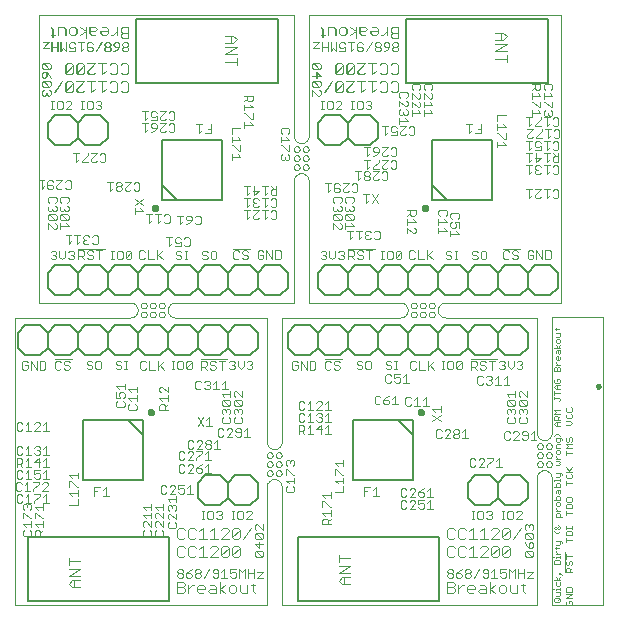
<source format=gto>
G75*
%MOIN*%
%OFA0B0*%
%FSLAX24Y24*%
%IPPOS*%
%LPD*%
%AMOC8*
5,1,8,0,0,1.08239X$1,22.5*
%
%ADD10C,0.0000*%
%ADD11C,0.0030*%
%ADD12C,0.0160*%
%ADD13C,0.0100*%
%ADD14C,0.0020*%
%ADD15C,0.0060*%
%ADD16C,0.0050*%
D10*
X000550Y002350D02*
X000550Y011940D01*
X004400Y011940D01*
X004430Y011942D01*
X004460Y011947D01*
X004489Y011956D01*
X004516Y011969D01*
X004542Y011984D01*
X004566Y012003D01*
X004587Y012024D01*
X004606Y012048D01*
X004621Y012074D01*
X004634Y012101D01*
X004643Y012130D01*
X004648Y012160D01*
X004650Y012190D01*
X004648Y012220D01*
X004643Y012250D01*
X004634Y012279D01*
X004621Y012306D01*
X004606Y012332D01*
X004587Y012356D01*
X004566Y012377D01*
X004542Y012396D01*
X004516Y012411D01*
X004489Y012424D01*
X004460Y012433D01*
X004430Y012438D01*
X004400Y012440D01*
X001350Y012440D01*
X001350Y022035D01*
X009850Y022035D01*
X009850Y018000D01*
X009852Y017970D01*
X009857Y017940D01*
X009866Y017911D01*
X009879Y017884D01*
X009894Y017858D01*
X009913Y017834D01*
X009934Y017813D01*
X009958Y017794D01*
X009984Y017779D01*
X010011Y017766D01*
X010040Y017757D01*
X010070Y017752D01*
X010100Y017750D01*
X010130Y017752D01*
X010160Y017757D01*
X010189Y017766D01*
X010216Y017779D01*
X010242Y017794D01*
X010266Y017813D01*
X010287Y017834D01*
X010306Y017858D01*
X010321Y017884D01*
X010334Y017911D01*
X010343Y017940D01*
X010348Y017970D01*
X010350Y018000D01*
X010350Y022035D01*
X018750Y022035D01*
X018750Y012440D01*
X014910Y012440D01*
X014880Y012438D01*
X014850Y012433D01*
X014821Y012424D01*
X014794Y012411D01*
X014768Y012396D01*
X014744Y012377D01*
X014723Y012356D01*
X014704Y012332D01*
X014689Y012306D01*
X014676Y012279D01*
X014667Y012250D01*
X014662Y012220D01*
X014660Y012190D01*
X014662Y012160D01*
X014667Y012130D01*
X014676Y012101D01*
X014689Y012074D01*
X014704Y012048D01*
X014723Y012024D01*
X014744Y012003D01*
X014768Y011984D01*
X014794Y011969D01*
X014821Y011956D01*
X014850Y011947D01*
X014880Y011942D01*
X014910Y011940D01*
X017950Y011940D01*
X017950Y008100D01*
X017952Y008070D01*
X017957Y008040D01*
X017966Y008011D01*
X017979Y007984D01*
X017994Y007958D01*
X018013Y007934D01*
X018034Y007913D01*
X018058Y007894D01*
X018084Y007879D01*
X018111Y007866D01*
X018140Y007857D01*
X018170Y007852D01*
X018200Y007850D01*
X018230Y007852D01*
X018260Y007857D01*
X018289Y007866D01*
X018316Y007879D01*
X018342Y007894D01*
X018366Y007913D01*
X018387Y007934D01*
X018406Y007958D01*
X018421Y007984D01*
X018434Y008011D01*
X018443Y008040D01*
X018448Y008070D01*
X018450Y008100D01*
X018450Y011950D01*
X020150Y011950D01*
X020150Y002350D01*
X018450Y002350D01*
X018450Y006600D01*
X018262Y007050D02*
X018264Y007069D01*
X018269Y007088D01*
X018279Y007104D01*
X018291Y007119D01*
X018306Y007131D01*
X018322Y007141D01*
X018341Y007146D01*
X018360Y007148D01*
X018379Y007146D01*
X018398Y007141D01*
X018414Y007131D01*
X018429Y007119D01*
X018441Y007104D01*
X018451Y007088D01*
X018456Y007069D01*
X018458Y007050D01*
X018456Y007031D01*
X018451Y007012D01*
X018441Y006996D01*
X018429Y006981D01*
X018414Y006969D01*
X018398Y006959D01*
X018379Y006954D01*
X018360Y006952D01*
X018341Y006954D01*
X018322Y006959D01*
X018306Y006969D01*
X018291Y006981D01*
X018279Y006996D01*
X018269Y007012D01*
X018264Y007031D01*
X018262Y007050D01*
X017962Y007050D02*
X017964Y007069D01*
X017969Y007088D01*
X017979Y007104D01*
X017991Y007119D01*
X018006Y007131D01*
X018022Y007141D01*
X018041Y007146D01*
X018060Y007148D01*
X018079Y007146D01*
X018098Y007141D01*
X018114Y007131D01*
X018129Y007119D01*
X018141Y007104D01*
X018151Y007088D01*
X018156Y007069D01*
X018158Y007050D01*
X018156Y007031D01*
X018151Y007012D01*
X018141Y006996D01*
X018129Y006981D01*
X018114Y006969D01*
X018098Y006959D01*
X018079Y006954D01*
X018060Y006952D01*
X018041Y006954D01*
X018022Y006959D01*
X018006Y006969D01*
X017991Y006981D01*
X017979Y006996D01*
X017969Y007012D01*
X017964Y007031D01*
X017962Y007050D01*
X017950Y006600D02*
X017950Y002350D01*
X009450Y002350D01*
X009450Y006305D01*
X009448Y006335D01*
X009441Y006365D01*
X009432Y006393D01*
X009419Y006421D01*
X009403Y006446D01*
X009384Y006469D01*
X009362Y006490D01*
X009338Y006509D01*
X009312Y006524D01*
X009284Y006535D01*
X009255Y006544D01*
X009225Y006549D01*
X009195Y006550D01*
X009165Y006548D01*
X009135Y006541D01*
X009107Y006532D01*
X009079Y006519D01*
X009054Y006503D01*
X009031Y006484D01*
X009010Y006462D01*
X008991Y006438D01*
X008976Y006412D01*
X008965Y006384D01*
X008956Y006355D01*
X008951Y006325D01*
X008950Y006295D01*
X008950Y002350D01*
X000550Y002350D01*
X005900Y011940D02*
X008950Y011940D01*
X008950Y007800D01*
X008952Y007770D01*
X008957Y007740D01*
X008966Y007711D01*
X008979Y007684D01*
X008994Y007658D01*
X009013Y007634D01*
X009034Y007613D01*
X009058Y007594D01*
X009084Y007579D01*
X009111Y007566D01*
X009140Y007557D01*
X009170Y007552D01*
X009200Y007550D01*
X009230Y007552D01*
X009260Y007557D01*
X009289Y007566D01*
X009316Y007579D01*
X009342Y007594D01*
X009366Y007613D01*
X009387Y007634D01*
X009406Y007658D01*
X009421Y007684D01*
X009434Y007711D01*
X009443Y007740D01*
X009448Y007770D01*
X009450Y007800D01*
X009450Y011940D01*
X013400Y011940D01*
X013430Y011942D01*
X013460Y011947D01*
X013489Y011956D01*
X013516Y011969D01*
X013542Y011984D01*
X013566Y012003D01*
X013587Y012024D01*
X013606Y012048D01*
X013621Y012074D01*
X013634Y012101D01*
X013643Y012130D01*
X013648Y012160D01*
X013650Y012190D01*
X013648Y012220D01*
X013643Y012250D01*
X013634Y012279D01*
X013621Y012306D01*
X013606Y012332D01*
X013587Y012356D01*
X013566Y012377D01*
X013542Y012396D01*
X013516Y012411D01*
X013489Y012424D01*
X013460Y012433D01*
X013430Y012438D01*
X013400Y012440D01*
X010350Y012440D01*
X010350Y016500D01*
X010348Y016530D01*
X010343Y016560D01*
X010334Y016589D01*
X010321Y016616D01*
X010306Y016642D01*
X010287Y016666D01*
X010266Y016687D01*
X010242Y016706D01*
X010216Y016721D01*
X010189Y016734D01*
X010160Y016743D01*
X010130Y016748D01*
X010100Y016750D01*
X010070Y016748D01*
X010040Y016743D01*
X010011Y016734D01*
X009984Y016721D01*
X009958Y016706D01*
X009934Y016687D01*
X009913Y016666D01*
X009894Y016642D01*
X009879Y016616D01*
X009866Y016589D01*
X009857Y016560D01*
X009852Y016530D01*
X009850Y016500D01*
X009850Y012440D01*
X005900Y012440D01*
X005870Y012438D01*
X005840Y012433D01*
X005811Y012424D01*
X005784Y012411D01*
X005758Y012396D01*
X005734Y012377D01*
X005713Y012356D01*
X005694Y012332D01*
X005679Y012306D01*
X005666Y012279D01*
X005657Y012250D01*
X005652Y012220D01*
X005650Y012190D01*
X005652Y012160D01*
X005657Y012130D01*
X005666Y012101D01*
X005679Y012074D01*
X005694Y012048D01*
X005713Y012024D01*
X005734Y012003D01*
X005758Y011984D01*
X005784Y011969D01*
X005811Y011956D01*
X005840Y011947D01*
X005870Y011942D01*
X005900Y011940D01*
X005352Y012040D02*
X005354Y012059D01*
X005359Y012078D01*
X005369Y012094D01*
X005381Y012109D01*
X005396Y012121D01*
X005412Y012131D01*
X005431Y012136D01*
X005450Y012138D01*
X005469Y012136D01*
X005488Y012131D01*
X005504Y012121D01*
X005519Y012109D01*
X005531Y012094D01*
X005541Y012078D01*
X005546Y012059D01*
X005548Y012040D01*
X005546Y012021D01*
X005541Y012002D01*
X005531Y011986D01*
X005519Y011971D01*
X005504Y011959D01*
X005488Y011949D01*
X005469Y011944D01*
X005450Y011942D01*
X005431Y011944D01*
X005412Y011949D01*
X005396Y011959D01*
X005381Y011971D01*
X005369Y011986D01*
X005359Y012002D01*
X005354Y012021D01*
X005352Y012040D01*
X005052Y012040D02*
X005054Y012059D01*
X005059Y012078D01*
X005069Y012094D01*
X005081Y012109D01*
X005096Y012121D01*
X005112Y012131D01*
X005131Y012136D01*
X005150Y012138D01*
X005169Y012136D01*
X005188Y012131D01*
X005204Y012121D01*
X005219Y012109D01*
X005231Y012094D01*
X005241Y012078D01*
X005246Y012059D01*
X005248Y012040D01*
X005246Y012021D01*
X005241Y012002D01*
X005231Y011986D01*
X005219Y011971D01*
X005204Y011959D01*
X005188Y011949D01*
X005169Y011944D01*
X005150Y011942D01*
X005131Y011944D01*
X005112Y011949D01*
X005096Y011959D01*
X005081Y011971D01*
X005069Y011986D01*
X005059Y012002D01*
X005054Y012021D01*
X005052Y012040D01*
X004752Y012040D02*
X004754Y012059D01*
X004759Y012078D01*
X004769Y012094D01*
X004781Y012109D01*
X004796Y012121D01*
X004812Y012131D01*
X004831Y012136D01*
X004850Y012138D01*
X004869Y012136D01*
X004888Y012131D01*
X004904Y012121D01*
X004919Y012109D01*
X004931Y012094D01*
X004941Y012078D01*
X004946Y012059D01*
X004948Y012040D01*
X004946Y012021D01*
X004941Y012002D01*
X004931Y011986D01*
X004919Y011971D01*
X004904Y011959D01*
X004888Y011949D01*
X004869Y011944D01*
X004850Y011942D01*
X004831Y011944D01*
X004812Y011949D01*
X004796Y011959D01*
X004781Y011971D01*
X004769Y011986D01*
X004759Y012002D01*
X004754Y012021D01*
X004752Y012040D01*
X004752Y012340D02*
X004754Y012359D01*
X004759Y012378D01*
X004769Y012394D01*
X004781Y012409D01*
X004796Y012421D01*
X004812Y012431D01*
X004831Y012436D01*
X004850Y012438D01*
X004869Y012436D01*
X004888Y012431D01*
X004904Y012421D01*
X004919Y012409D01*
X004931Y012394D01*
X004941Y012378D01*
X004946Y012359D01*
X004948Y012340D01*
X004946Y012321D01*
X004941Y012302D01*
X004931Y012286D01*
X004919Y012271D01*
X004904Y012259D01*
X004888Y012249D01*
X004869Y012244D01*
X004850Y012242D01*
X004831Y012244D01*
X004812Y012249D01*
X004796Y012259D01*
X004781Y012271D01*
X004769Y012286D01*
X004759Y012302D01*
X004754Y012321D01*
X004752Y012340D01*
X005052Y012340D02*
X005054Y012359D01*
X005059Y012378D01*
X005069Y012394D01*
X005081Y012409D01*
X005096Y012421D01*
X005112Y012431D01*
X005131Y012436D01*
X005150Y012438D01*
X005169Y012436D01*
X005188Y012431D01*
X005204Y012421D01*
X005219Y012409D01*
X005231Y012394D01*
X005241Y012378D01*
X005246Y012359D01*
X005248Y012340D01*
X005246Y012321D01*
X005241Y012302D01*
X005231Y012286D01*
X005219Y012271D01*
X005204Y012259D01*
X005188Y012249D01*
X005169Y012244D01*
X005150Y012242D01*
X005131Y012244D01*
X005112Y012249D01*
X005096Y012259D01*
X005081Y012271D01*
X005069Y012286D01*
X005059Y012302D01*
X005054Y012321D01*
X005052Y012340D01*
X005352Y012340D02*
X005354Y012359D01*
X005359Y012378D01*
X005369Y012394D01*
X005381Y012409D01*
X005396Y012421D01*
X005412Y012431D01*
X005431Y012436D01*
X005450Y012438D01*
X005469Y012436D01*
X005488Y012431D01*
X005504Y012421D01*
X005519Y012409D01*
X005531Y012394D01*
X005541Y012378D01*
X005546Y012359D01*
X005548Y012340D01*
X005546Y012321D01*
X005541Y012302D01*
X005531Y012286D01*
X005519Y012271D01*
X005504Y012259D01*
X005488Y012249D01*
X005469Y012244D01*
X005450Y012242D01*
X005431Y012244D01*
X005412Y012249D01*
X005396Y012259D01*
X005381Y012271D01*
X005369Y012286D01*
X005359Y012302D01*
X005354Y012321D01*
X005352Y012340D01*
X008952Y007350D02*
X008954Y007369D01*
X008959Y007388D01*
X008969Y007404D01*
X008981Y007419D01*
X008996Y007431D01*
X009012Y007441D01*
X009031Y007446D01*
X009050Y007448D01*
X009069Y007446D01*
X009088Y007441D01*
X009104Y007431D01*
X009119Y007419D01*
X009131Y007404D01*
X009141Y007388D01*
X009146Y007369D01*
X009148Y007350D01*
X009146Y007331D01*
X009141Y007312D01*
X009131Y007296D01*
X009119Y007281D01*
X009104Y007269D01*
X009088Y007259D01*
X009069Y007254D01*
X009050Y007252D01*
X009031Y007254D01*
X009012Y007259D01*
X008996Y007269D01*
X008981Y007281D01*
X008969Y007296D01*
X008959Y007312D01*
X008954Y007331D01*
X008952Y007350D01*
X008952Y007050D02*
X008954Y007069D01*
X008959Y007088D01*
X008969Y007104D01*
X008981Y007119D01*
X008996Y007131D01*
X009012Y007141D01*
X009031Y007146D01*
X009050Y007148D01*
X009069Y007146D01*
X009088Y007141D01*
X009104Y007131D01*
X009119Y007119D01*
X009131Y007104D01*
X009141Y007088D01*
X009146Y007069D01*
X009148Y007050D01*
X009146Y007031D01*
X009141Y007012D01*
X009131Y006996D01*
X009119Y006981D01*
X009104Y006969D01*
X009088Y006959D01*
X009069Y006954D01*
X009050Y006952D01*
X009031Y006954D01*
X009012Y006959D01*
X008996Y006969D01*
X008981Y006981D01*
X008969Y006996D01*
X008959Y007012D01*
X008954Y007031D01*
X008952Y007050D01*
X008952Y006750D02*
X008954Y006769D01*
X008959Y006788D01*
X008969Y006804D01*
X008981Y006819D01*
X008996Y006831D01*
X009012Y006841D01*
X009031Y006846D01*
X009050Y006848D01*
X009069Y006846D01*
X009088Y006841D01*
X009104Y006831D01*
X009119Y006819D01*
X009131Y006804D01*
X009141Y006788D01*
X009146Y006769D01*
X009148Y006750D01*
X009146Y006731D01*
X009141Y006712D01*
X009131Y006696D01*
X009119Y006681D01*
X009104Y006669D01*
X009088Y006659D01*
X009069Y006654D01*
X009050Y006652D01*
X009031Y006654D01*
X009012Y006659D01*
X008996Y006669D01*
X008981Y006681D01*
X008969Y006696D01*
X008959Y006712D01*
X008954Y006731D01*
X008952Y006750D01*
X009252Y006750D02*
X009254Y006769D01*
X009259Y006788D01*
X009269Y006804D01*
X009281Y006819D01*
X009296Y006831D01*
X009312Y006841D01*
X009331Y006846D01*
X009350Y006848D01*
X009369Y006846D01*
X009388Y006841D01*
X009404Y006831D01*
X009419Y006819D01*
X009431Y006804D01*
X009441Y006788D01*
X009446Y006769D01*
X009448Y006750D01*
X009446Y006731D01*
X009441Y006712D01*
X009431Y006696D01*
X009419Y006681D01*
X009404Y006669D01*
X009388Y006659D01*
X009369Y006654D01*
X009350Y006652D01*
X009331Y006654D01*
X009312Y006659D01*
X009296Y006669D01*
X009281Y006681D01*
X009269Y006696D01*
X009259Y006712D01*
X009254Y006731D01*
X009252Y006750D01*
X009252Y007050D02*
X009254Y007069D01*
X009259Y007088D01*
X009269Y007104D01*
X009281Y007119D01*
X009296Y007131D01*
X009312Y007141D01*
X009331Y007146D01*
X009350Y007148D01*
X009369Y007146D01*
X009388Y007141D01*
X009404Y007131D01*
X009419Y007119D01*
X009431Y007104D01*
X009441Y007088D01*
X009446Y007069D01*
X009448Y007050D01*
X009446Y007031D01*
X009441Y007012D01*
X009431Y006996D01*
X009419Y006981D01*
X009404Y006969D01*
X009388Y006959D01*
X009369Y006954D01*
X009350Y006952D01*
X009331Y006954D01*
X009312Y006959D01*
X009296Y006969D01*
X009281Y006981D01*
X009269Y006996D01*
X009259Y007012D01*
X009254Y007031D01*
X009252Y007050D01*
X009252Y007350D02*
X009254Y007369D01*
X009259Y007388D01*
X009269Y007404D01*
X009281Y007419D01*
X009296Y007431D01*
X009312Y007441D01*
X009331Y007446D01*
X009350Y007448D01*
X009369Y007446D01*
X009388Y007441D01*
X009404Y007431D01*
X009419Y007419D01*
X009431Y007404D01*
X009441Y007388D01*
X009446Y007369D01*
X009448Y007350D01*
X009446Y007331D01*
X009441Y007312D01*
X009431Y007296D01*
X009419Y007281D01*
X009404Y007269D01*
X009388Y007259D01*
X009369Y007254D01*
X009350Y007252D01*
X009331Y007254D01*
X009312Y007259D01*
X009296Y007269D01*
X009281Y007281D01*
X009269Y007296D01*
X009259Y007312D01*
X009254Y007331D01*
X009252Y007350D01*
X013752Y012040D02*
X013754Y012059D01*
X013759Y012078D01*
X013769Y012094D01*
X013781Y012109D01*
X013796Y012121D01*
X013812Y012131D01*
X013831Y012136D01*
X013850Y012138D01*
X013869Y012136D01*
X013888Y012131D01*
X013904Y012121D01*
X013919Y012109D01*
X013931Y012094D01*
X013941Y012078D01*
X013946Y012059D01*
X013948Y012040D01*
X013946Y012021D01*
X013941Y012002D01*
X013931Y011986D01*
X013919Y011971D01*
X013904Y011959D01*
X013888Y011949D01*
X013869Y011944D01*
X013850Y011942D01*
X013831Y011944D01*
X013812Y011949D01*
X013796Y011959D01*
X013781Y011971D01*
X013769Y011986D01*
X013759Y012002D01*
X013754Y012021D01*
X013752Y012040D01*
X013752Y012340D02*
X013754Y012359D01*
X013759Y012378D01*
X013769Y012394D01*
X013781Y012409D01*
X013796Y012421D01*
X013812Y012431D01*
X013831Y012436D01*
X013850Y012438D01*
X013869Y012436D01*
X013888Y012431D01*
X013904Y012421D01*
X013919Y012409D01*
X013931Y012394D01*
X013941Y012378D01*
X013946Y012359D01*
X013948Y012340D01*
X013946Y012321D01*
X013941Y012302D01*
X013931Y012286D01*
X013919Y012271D01*
X013904Y012259D01*
X013888Y012249D01*
X013869Y012244D01*
X013850Y012242D01*
X013831Y012244D01*
X013812Y012249D01*
X013796Y012259D01*
X013781Y012271D01*
X013769Y012286D01*
X013759Y012302D01*
X013754Y012321D01*
X013752Y012340D01*
X014052Y012340D02*
X014054Y012359D01*
X014059Y012378D01*
X014069Y012394D01*
X014081Y012409D01*
X014096Y012421D01*
X014112Y012431D01*
X014131Y012436D01*
X014150Y012438D01*
X014169Y012436D01*
X014188Y012431D01*
X014204Y012421D01*
X014219Y012409D01*
X014231Y012394D01*
X014241Y012378D01*
X014246Y012359D01*
X014248Y012340D01*
X014246Y012321D01*
X014241Y012302D01*
X014231Y012286D01*
X014219Y012271D01*
X014204Y012259D01*
X014188Y012249D01*
X014169Y012244D01*
X014150Y012242D01*
X014131Y012244D01*
X014112Y012249D01*
X014096Y012259D01*
X014081Y012271D01*
X014069Y012286D01*
X014059Y012302D01*
X014054Y012321D01*
X014052Y012340D01*
X014052Y012040D02*
X014054Y012059D01*
X014059Y012078D01*
X014069Y012094D01*
X014081Y012109D01*
X014096Y012121D01*
X014112Y012131D01*
X014131Y012136D01*
X014150Y012138D01*
X014169Y012136D01*
X014188Y012131D01*
X014204Y012121D01*
X014219Y012109D01*
X014231Y012094D01*
X014241Y012078D01*
X014246Y012059D01*
X014248Y012040D01*
X014246Y012021D01*
X014241Y012002D01*
X014231Y011986D01*
X014219Y011971D01*
X014204Y011959D01*
X014188Y011949D01*
X014169Y011944D01*
X014150Y011942D01*
X014131Y011944D01*
X014112Y011949D01*
X014096Y011959D01*
X014081Y011971D01*
X014069Y011986D01*
X014059Y012002D01*
X014054Y012021D01*
X014052Y012040D01*
X014352Y012040D02*
X014354Y012059D01*
X014359Y012078D01*
X014369Y012094D01*
X014381Y012109D01*
X014396Y012121D01*
X014412Y012131D01*
X014431Y012136D01*
X014450Y012138D01*
X014469Y012136D01*
X014488Y012131D01*
X014504Y012121D01*
X014519Y012109D01*
X014531Y012094D01*
X014541Y012078D01*
X014546Y012059D01*
X014548Y012040D01*
X014546Y012021D01*
X014541Y012002D01*
X014531Y011986D01*
X014519Y011971D01*
X014504Y011959D01*
X014488Y011949D01*
X014469Y011944D01*
X014450Y011942D01*
X014431Y011944D01*
X014412Y011949D01*
X014396Y011959D01*
X014381Y011971D01*
X014369Y011986D01*
X014359Y012002D01*
X014354Y012021D01*
X014352Y012040D01*
X014352Y012340D02*
X014354Y012359D01*
X014359Y012378D01*
X014369Y012394D01*
X014381Y012409D01*
X014396Y012421D01*
X014412Y012431D01*
X014431Y012436D01*
X014450Y012438D01*
X014469Y012436D01*
X014488Y012431D01*
X014504Y012421D01*
X014519Y012409D01*
X014531Y012394D01*
X014541Y012378D01*
X014546Y012359D01*
X014548Y012340D01*
X014546Y012321D01*
X014541Y012302D01*
X014531Y012286D01*
X014519Y012271D01*
X014504Y012259D01*
X014488Y012249D01*
X014469Y012244D01*
X014450Y012242D01*
X014431Y012244D01*
X014412Y012249D01*
X014396Y012259D01*
X014381Y012271D01*
X014369Y012286D01*
X014359Y012302D01*
X014354Y012321D01*
X014352Y012340D01*
X017962Y007650D02*
X017964Y007669D01*
X017969Y007688D01*
X017979Y007704D01*
X017991Y007719D01*
X018006Y007731D01*
X018022Y007741D01*
X018041Y007746D01*
X018060Y007748D01*
X018079Y007746D01*
X018098Y007741D01*
X018114Y007731D01*
X018129Y007719D01*
X018141Y007704D01*
X018151Y007688D01*
X018156Y007669D01*
X018158Y007650D01*
X018156Y007631D01*
X018151Y007612D01*
X018141Y007596D01*
X018129Y007581D01*
X018114Y007569D01*
X018098Y007559D01*
X018079Y007554D01*
X018060Y007552D01*
X018041Y007554D01*
X018022Y007559D01*
X018006Y007569D01*
X017991Y007581D01*
X017979Y007596D01*
X017969Y007612D01*
X017964Y007631D01*
X017962Y007650D01*
X017962Y007350D02*
X017964Y007369D01*
X017969Y007388D01*
X017979Y007404D01*
X017991Y007419D01*
X018006Y007431D01*
X018022Y007441D01*
X018041Y007446D01*
X018060Y007448D01*
X018079Y007446D01*
X018098Y007441D01*
X018114Y007431D01*
X018129Y007419D01*
X018141Y007404D01*
X018151Y007388D01*
X018156Y007369D01*
X018158Y007350D01*
X018156Y007331D01*
X018151Y007312D01*
X018141Y007296D01*
X018129Y007281D01*
X018114Y007269D01*
X018098Y007259D01*
X018079Y007254D01*
X018060Y007252D01*
X018041Y007254D01*
X018022Y007259D01*
X018006Y007269D01*
X017991Y007281D01*
X017979Y007296D01*
X017969Y007312D01*
X017964Y007331D01*
X017962Y007350D01*
X018262Y007350D02*
X018264Y007369D01*
X018269Y007388D01*
X018279Y007404D01*
X018291Y007419D01*
X018306Y007431D01*
X018322Y007441D01*
X018341Y007446D01*
X018360Y007448D01*
X018379Y007446D01*
X018398Y007441D01*
X018414Y007431D01*
X018429Y007419D01*
X018441Y007404D01*
X018451Y007388D01*
X018456Y007369D01*
X018458Y007350D01*
X018456Y007331D01*
X018451Y007312D01*
X018441Y007296D01*
X018429Y007281D01*
X018414Y007269D01*
X018398Y007259D01*
X018379Y007254D01*
X018360Y007252D01*
X018341Y007254D01*
X018322Y007259D01*
X018306Y007269D01*
X018291Y007281D01*
X018279Y007296D01*
X018269Y007312D01*
X018264Y007331D01*
X018262Y007350D01*
X018262Y007650D02*
X018264Y007669D01*
X018269Y007688D01*
X018279Y007704D01*
X018291Y007719D01*
X018306Y007731D01*
X018322Y007741D01*
X018341Y007746D01*
X018360Y007748D01*
X018379Y007746D01*
X018398Y007741D01*
X018414Y007731D01*
X018429Y007719D01*
X018441Y007704D01*
X018451Y007688D01*
X018456Y007669D01*
X018458Y007650D01*
X018456Y007631D01*
X018451Y007612D01*
X018441Y007596D01*
X018429Y007581D01*
X018414Y007569D01*
X018398Y007559D01*
X018379Y007554D01*
X018360Y007552D01*
X018341Y007554D01*
X018322Y007559D01*
X018306Y007569D01*
X018291Y007581D01*
X018279Y007596D01*
X018269Y007612D01*
X018264Y007631D01*
X018262Y007650D01*
X018450Y006600D02*
X018448Y006630D01*
X018443Y006660D01*
X018434Y006689D01*
X018421Y006716D01*
X018406Y006742D01*
X018387Y006766D01*
X018366Y006787D01*
X018342Y006806D01*
X018316Y006821D01*
X018289Y006834D01*
X018260Y006843D01*
X018230Y006848D01*
X018200Y006850D01*
X018170Y006848D01*
X018140Y006843D01*
X018111Y006834D01*
X018084Y006821D01*
X018058Y006806D01*
X018034Y006787D01*
X018013Y006766D01*
X017994Y006742D01*
X017979Y006716D01*
X017966Y006689D01*
X017957Y006660D01*
X017952Y006630D01*
X017950Y006600D01*
X010152Y016950D02*
X010154Y016969D01*
X010159Y016988D01*
X010169Y017004D01*
X010181Y017019D01*
X010196Y017031D01*
X010212Y017041D01*
X010231Y017046D01*
X010250Y017048D01*
X010269Y017046D01*
X010288Y017041D01*
X010304Y017031D01*
X010319Y017019D01*
X010331Y017004D01*
X010341Y016988D01*
X010346Y016969D01*
X010348Y016950D01*
X010346Y016931D01*
X010341Y016912D01*
X010331Y016896D01*
X010319Y016881D01*
X010304Y016869D01*
X010288Y016859D01*
X010269Y016854D01*
X010250Y016852D01*
X010231Y016854D01*
X010212Y016859D01*
X010196Y016869D01*
X010181Y016881D01*
X010169Y016896D01*
X010159Y016912D01*
X010154Y016931D01*
X010152Y016950D01*
X009852Y016950D02*
X009854Y016969D01*
X009859Y016988D01*
X009869Y017004D01*
X009881Y017019D01*
X009896Y017031D01*
X009912Y017041D01*
X009931Y017046D01*
X009950Y017048D01*
X009969Y017046D01*
X009988Y017041D01*
X010004Y017031D01*
X010019Y017019D01*
X010031Y017004D01*
X010041Y016988D01*
X010046Y016969D01*
X010048Y016950D01*
X010046Y016931D01*
X010041Y016912D01*
X010031Y016896D01*
X010019Y016881D01*
X010004Y016869D01*
X009988Y016859D01*
X009969Y016854D01*
X009950Y016852D01*
X009931Y016854D01*
X009912Y016859D01*
X009896Y016869D01*
X009881Y016881D01*
X009869Y016896D01*
X009859Y016912D01*
X009854Y016931D01*
X009852Y016950D01*
X009852Y017250D02*
X009854Y017269D01*
X009859Y017288D01*
X009869Y017304D01*
X009881Y017319D01*
X009896Y017331D01*
X009912Y017341D01*
X009931Y017346D01*
X009950Y017348D01*
X009969Y017346D01*
X009988Y017341D01*
X010004Y017331D01*
X010019Y017319D01*
X010031Y017304D01*
X010041Y017288D01*
X010046Y017269D01*
X010048Y017250D01*
X010046Y017231D01*
X010041Y017212D01*
X010031Y017196D01*
X010019Y017181D01*
X010004Y017169D01*
X009988Y017159D01*
X009969Y017154D01*
X009950Y017152D01*
X009931Y017154D01*
X009912Y017159D01*
X009896Y017169D01*
X009881Y017181D01*
X009869Y017196D01*
X009859Y017212D01*
X009854Y017231D01*
X009852Y017250D01*
X009852Y017550D02*
X009854Y017569D01*
X009859Y017588D01*
X009869Y017604D01*
X009881Y017619D01*
X009896Y017631D01*
X009912Y017641D01*
X009931Y017646D01*
X009950Y017648D01*
X009969Y017646D01*
X009988Y017641D01*
X010004Y017631D01*
X010019Y017619D01*
X010031Y017604D01*
X010041Y017588D01*
X010046Y017569D01*
X010048Y017550D01*
X010046Y017531D01*
X010041Y017512D01*
X010031Y017496D01*
X010019Y017481D01*
X010004Y017469D01*
X009988Y017459D01*
X009969Y017454D01*
X009950Y017452D01*
X009931Y017454D01*
X009912Y017459D01*
X009896Y017469D01*
X009881Y017481D01*
X009869Y017496D01*
X009859Y017512D01*
X009854Y017531D01*
X009852Y017550D01*
X010152Y017550D02*
X010154Y017569D01*
X010159Y017588D01*
X010169Y017604D01*
X010181Y017619D01*
X010196Y017631D01*
X010212Y017641D01*
X010231Y017646D01*
X010250Y017648D01*
X010269Y017646D01*
X010288Y017641D01*
X010304Y017631D01*
X010319Y017619D01*
X010331Y017604D01*
X010341Y017588D01*
X010346Y017569D01*
X010348Y017550D01*
X010346Y017531D01*
X010341Y017512D01*
X010331Y017496D01*
X010319Y017481D01*
X010304Y017469D01*
X010288Y017459D01*
X010269Y017454D01*
X010250Y017452D01*
X010231Y017454D01*
X010212Y017459D01*
X010196Y017469D01*
X010181Y017481D01*
X010169Y017496D01*
X010159Y017512D01*
X010154Y017531D01*
X010152Y017550D01*
X010152Y017250D02*
X010154Y017269D01*
X010159Y017288D01*
X010169Y017304D01*
X010181Y017319D01*
X010196Y017331D01*
X010212Y017341D01*
X010231Y017346D01*
X010250Y017348D01*
X010269Y017346D01*
X010288Y017341D01*
X010304Y017331D01*
X010319Y017319D01*
X010331Y017304D01*
X010341Y017288D01*
X010346Y017269D01*
X010348Y017250D01*
X010346Y017231D01*
X010341Y017212D01*
X010331Y017196D01*
X010319Y017181D01*
X010304Y017169D01*
X010288Y017159D01*
X010269Y017154D01*
X010250Y017152D01*
X010231Y017154D01*
X010212Y017159D01*
X010196Y017169D01*
X010181Y017181D01*
X010169Y017196D01*
X010159Y017212D01*
X010154Y017231D01*
X010152Y017250D01*
D11*
X009705Y017236D02*
X009657Y017188D01*
X009608Y017188D01*
X009560Y017236D01*
X009512Y017188D01*
X009463Y017188D01*
X009415Y017236D01*
X009415Y017333D01*
X009463Y017381D01*
X009560Y017284D02*
X009560Y017236D01*
X009705Y017236D02*
X009705Y017333D01*
X009657Y017381D01*
X009657Y017482D02*
X009463Y017676D01*
X009415Y017676D01*
X009415Y017777D02*
X009415Y017970D01*
X009415Y017874D02*
X009705Y017874D01*
X009608Y017970D01*
X009657Y018072D02*
X009705Y018120D01*
X009705Y018217D01*
X009657Y018265D01*
X009463Y018265D01*
X009415Y018217D01*
X009415Y018120D01*
X009463Y018072D01*
X009705Y017676D02*
X009705Y017482D01*
X009657Y017482D01*
X009275Y016315D02*
X009275Y016025D01*
X009130Y016025D01*
X009082Y016073D01*
X009082Y016170D01*
X009130Y016218D01*
X009275Y016218D01*
X009178Y016218D02*
X009082Y016315D01*
X008980Y016315D02*
X008787Y016315D01*
X008884Y016315D02*
X008884Y016025D01*
X008980Y016122D01*
X008980Y015915D02*
X008787Y015915D01*
X008884Y015915D02*
X008884Y015625D01*
X008980Y015722D01*
X009082Y015673D02*
X009130Y015625D01*
X009227Y015625D01*
X009275Y015673D01*
X009275Y015867D01*
X009227Y015915D01*
X009130Y015915D01*
X009082Y015867D01*
X009130Y015515D02*
X009082Y015467D01*
X009130Y015515D02*
X009227Y015515D01*
X009275Y015467D01*
X009275Y015273D01*
X009227Y015225D01*
X009130Y015225D01*
X009082Y015273D01*
X008980Y015322D02*
X008884Y015225D01*
X008884Y015515D01*
X008980Y015515D02*
X008787Y015515D01*
X008686Y015515D02*
X008492Y015322D01*
X008492Y015273D01*
X008541Y015225D01*
X008637Y015225D01*
X008686Y015273D01*
X008686Y015515D02*
X008492Y015515D01*
X008391Y015515D02*
X008198Y015515D01*
X008294Y015515D02*
X008294Y015225D01*
X008391Y015322D01*
X008294Y015625D02*
X008294Y015915D01*
X008198Y015915D02*
X008391Y015915D01*
X008492Y015867D02*
X008541Y015915D01*
X008637Y015915D01*
X008686Y015867D01*
X008589Y015770D02*
X008541Y015770D01*
X008492Y015818D01*
X008492Y015867D01*
X008541Y015770D02*
X008492Y015722D01*
X008492Y015673D01*
X008541Y015625D01*
X008637Y015625D01*
X008686Y015673D01*
X008391Y015722D02*
X008294Y015625D01*
X008294Y016025D02*
X008294Y016315D01*
X008198Y016315D02*
X008391Y016315D01*
X008541Y016315D02*
X008541Y016025D01*
X008686Y016170D01*
X008492Y016170D01*
X008391Y016122D02*
X008294Y016025D01*
X007785Y017188D02*
X007785Y017381D01*
X007785Y017284D02*
X008075Y017284D01*
X007978Y017381D01*
X008027Y017482D02*
X007833Y017676D01*
X007785Y017676D01*
X007785Y017777D02*
X007785Y017970D01*
X007785Y017874D02*
X008075Y017874D01*
X007978Y017970D01*
X007785Y018072D02*
X007785Y018265D01*
X008075Y018265D01*
X008195Y018258D02*
X008195Y018451D01*
X008195Y018354D02*
X008485Y018354D01*
X008388Y018451D01*
X008437Y018552D02*
X008243Y018746D01*
X008195Y018746D01*
X008195Y018847D02*
X008195Y019040D01*
X008195Y018944D02*
X008485Y018944D01*
X008388Y019040D01*
X008340Y019142D02*
X008292Y019190D01*
X008292Y019335D01*
X008292Y019238D02*
X008195Y019142D01*
X008340Y019142D02*
X008437Y019142D01*
X008485Y019190D01*
X008485Y019335D01*
X008195Y019335D01*
X008485Y018746D02*
X008485Y018552D01*
X008437Y018552D01*
X008075Y017676D02*
X008075Y017482D01*
X008027Y017482D01*
X007095Y018085D02*
X007095Y018375D01*
X007095Y018230D02*
X006998Y018230D01*
X006902Y018085D02*
X007095Y018085D01*
X006800Y018182D02*
X006704Y018085D01*
X006704Y018375D01*
X006800Y018375D02*
X006607Y018375D01*
X005875Y018367D02*
X005875Y018173D01*
X005827Y018125D01*
X005730Y018125D01*
X005682Y018173D01*
X005580Y018173D02*
X005532Y018125D01*
X005435Y018125D01*
X005387Y018173D01*
X005387Y018222D01*
X005580Y018415D01*
X005387Y018415D01*
X005286Y018367D02*
X005237Y018415D01*
X005141Y018415D01*
X005092Y018367D01*
X005092Y018318D01*
X005141Y018270D01*
X005286Y018270D01*
X005286Y018367D01*
X005286Y018270D02*
X005189Y018173D01*
X005092Y018125D01*
X004991Y018222D02*
X004894Y018125D01*
X004894Y018415D01*
X004798Y018415D02*
X004991Y018415D01*
X004894Y018525D02*
X004894Y018815D01*
X004798Y018815D02*
X004991Y018815D01*
X005092Y018767D02*
X005141Y018815D01*
X005237Y018815D01*
X005286Y018767D01*
X005286Y018670D02*
X005189Y018622D01*
X005141Y018622D01*
X005092Y018670D01*
X005092Y018767D01*
X004991Y018622D02*
X004894Y018525D01*
X005092Y018525D02*
X005286Y018525D01*
X005286Y018670D01*
X005387Y018622D02*
X005387Y018573D01*
X005435Y018525D01*
X005532Y018525D01*
X005580Y018573D01*
X005682Y018573D02*
X005730Y018525D01*
X005827Y018525D01*
X005875Y018573D01*
X005875Y018767D01*
X005827Y018815D01*
X005730Y018815D01*
X005682Y018767D01*
X005580Y018815D02*
X005387Y018622D01*
X005387Y018815D02*
X005580Y018815D01*
X005730Y018415D02*
X005682Y018367D01*
X005730Y018415D02*
X005827Y018415D01*
X005875Y018367D01*
X004335Y019506D02*
X004273Y019445D01*
X004150Y019445D01*
X004088Y019506D01*
X004078Y019506D02*
X004140Y019445D01*
X004263Y019445D01*
X004325Y019506D01*
X004325Y019753D01*
X004263Y019815D01*
X004140Y019815D01*
X004078Y019753D01*
X004088Y019753D02*
X004150Y019815D01*
X004273Y019815D01*
X004335Y019753D01*
X004335Y019506D01*
X003967Y019506D02*
X003905Y019445D01*
X003782Y019445D01*
X003720Y019506D01*
X003710Y019506D02*
X003772Y019445D01*
X003895Y019445D01*
X003957Y019506D01*
X003957Y019753D01*
X003895Y019815D01*
X003772Y019815D01*
X003710Y019753D01*
X003720Y019753D02*
X003782Y019815D01*
X003905Y019815D01*
X003967Y019753D01*
X003967Y019506D01*
X003598Y019568D02*
X003475Y019445D01*
X003475Y019815D01*
X003465Y019815D02*
X003465Y019445D01*
X003588Y019568D01*
X003588Y019815D02*
X003341Y019815D01*
X003351Y019815D02*
X003598Y019815D01*
X003475Y020045D02*
X003475Y020415D01*
X003465Y020415D02*
X003465Y020045D01*
X003588Y020168D01*
X003598Y020168D02*
X003475Y020045D01*
X003710Y020106D02*
X003772Y020045D01*
X003895Y020045D01*
X003957Y020106D01*
X003957Y020353D01*
X003895Y020415D01*
X003772Y020415D01*
X003710Y020353D01*
X003720Y020353D02*
X003782Y020415D01*
X003905Y020415D01*
X003967Y020353D01*
X003967Y020106D01*
X003905Y020045D01*
X003782Y020045D01*
X003720Y020106D01*
X003598Y020415D02*
X003351Y020415D01*
X003341Y020415D02*
X003588Y020415D01*
X003230Y020415D02*
X002983Y020168D01*
X002983Y020106D01*
X003045Y020045D01*
X003168Y020045D01*
X003230Y020106D01*
X003220Y020106D02*
X003158Y020045D01*
X003035Y020045D01*
X002973Y020106D01*
X002973Y020168D01*
X003220Y020415D01*
X002973Y020415D01*
X002983Y020415D02*
X003230Y020415D01*
X002862Y020353D02*
X002862Y020106D01*
X002800Y020045D01*
X002677Y020045D01*
X002615Y020106D01*
X002862Y020353D01*
X002800Y020415D01*
X002677Y020415D01*
X002615Y020353D01*
X002615Y020106D01*
X002605Y020106D02*
X002852Y020353D01*
X002790Y020415D01*
X002667Y020415D01*
X002605Y020353D01*
X002605Y020106D01*
X002667Y020045D01*
X002790Y020045D01*
X002852Y020106D01*
X002852Y020353D01*
X002493Y020353D02*
X002493Y020106D01*
X002432Y020045D01*
X002308Y020045D01*
X002247Y020106D01*
X002493Y020353D01*
X002432Y020415D01*
X002308Y020415D01*
X002247Y020353D01*
X002247Y020106D01*
X002237Y020106D02*
X002483Y020353D01*
X002422Y020415D01*
X002298Y020415D01*
X002237Y020353D01*
X002237Y020106D01*
X002298Y020045D01*
X002422Y020045D01*
X002483Y020106D01*
X002483Y020353D01*
X002557Y020825D02*
X002364Y020825D01*
X002374Y020825D02*
X002567Y020825D01*
X002567Y020970D01*
X002470Y020922D01*
X002422Y020922D01*
X002374Y020970D01*
X002374Y021067D01*
X002422Y021115D01*
X002519Y021115D01*
X002567Y021067D01*
X002557Y021067D02*
X002509Y021115D01*
X002412Y021115D01*
X002364Y021067D01*
X002364Y020970D01*
X002412Y020922D01*
X002460Y020922D01*
X002557Y020970D01*
X002557Y020825D01*
X002755Y020825D02*
X002755Y021115D01*
X002765Y021115D02*
X002765Y020825D01*
X002862Y020922D01*
X002852Y020922D02*
X002755Y020825D01*
X002953Y020873D02*
X002953Y021067D01*
X003001Y021115D01*
X003098Y021115D01*
X003146Y021067D01*
X003156Y021067D02*
X003108Y021115D01*
X003011Y021115D01*
X002963Y021067D01*
X002963Y020873D01*
X003011Y020825D01*
X003108Y020825D01*
X003156Y020873D01*
X003156Y020922D01*
X003108Y020970D01*
X002963Y020970D01*
X002953Y020970D02*
X003098Y020970D01*
X003146Y020922D01*
X003146Y020873D01*
X003098Y020825D01*
X003001Y020825D01*
X002953Y020873D01*
X002862Y021115D02*
X002668Y021115D01*
X002658Y021115D02*
X002852Y021115D01*
X002913Y021245D02*
X002913Y021615D01*
X002923Y021615D02*
X002923Y021245D01*
X003096Y021368D02*
X003035Y021430D01*
X003035Y021615D01*
X003220Y021615D01*
X003281Y021553D01*
X003220Y021492D01*
X003035Y021492D01*
X003045Y021492D02*
X003230Y021492D01*
X003291Y021553D01*
X003230Y021615D01*
X003045Y021615D01*
X003045Y021430D01*
X003106Y021368D01*
X003230Y021368D01*
X003220Y021368D02*
X003096Y021368D01*
X002923Y021492D02*
X002738Y021368D01*
X002728Y021368D02*
X002913Y021492D01*
X002728Y021615D01*
X002738Y021615D02*
X002923Y021492D01*
X002616Y021430D02*
X002616Y021553D01*
X002554Y021615D01*
X002431Y021615D01*
X002369Y021553D01*
X002369Y021430D01*
X002431Y021368D01*
X002554Y021368D01*
X002616Y021430D01*
X002606Y021430D02*
X002606Y021553D01*
X002544Y021615D01*
X002421Y021615D01*
X002359Y021553D01*
X002359Y021430D01*
X002421Y021368D01*
X002544Y021368D01*
X002606Y021430D01*
X002248Y021368D02*
X002248Y021553D01*
X002186Y021615D01*
X002001Y021615D01*
X002001Y021368D01*
X001991Y021368D02*
X001991Y021615D01*
X002176Y021615D01*
X002238Y021553D01*
X002238Y021368D01*
X002262Y021115D02*
X002262Y020825D01*
X002166Y020922D01*
X002069Y020825D01*
X002069Y021115D01*
X002079Y021115D02*
X002079Y020825D01*
X002176Y020922D01*
X002272Y020825D01*
X002272Y021115D01*
X001978Y021115D02*
X001978Y020825D01*
X001968Y020825D02*
X001968Y021115D01*
X001968Y020970D02*
X001774Y020970D01*
X001784Y020970D02*
X001978Y020970D01*
X001784Y020825D02*
X001784Y021115D01*
X001774Y021115D02*
X001774Y020825D01*
X001683Y020922D02*
X001490Y020922D01*
X001683Y021115D01*
X001490Y021115D01*
X001480Y021115D02*
X001673Y021115D01*
X001480Y020922D01*
X001673Y020922D01*
X001808Y021306D02*
X001808Y021553D01*
X001746Y021615D01*
X001756Y021615D02*
X001818Y021553D01*
X001818Y021306D01*
X001870Y021368D02*
X001746Y021368D01*
X001756Y021368D02*
X001880Y021368D01*
X001707Y020415D02*
X001513Y020415D01*
X001707Y020222D01*
X001513Y020222D01*
X001465Y020270D01*
X001465Y020367D01*
X001513Y020415D01*
X001503Y020415D02*
X001697Y020222D01*
X001503Y020222D01*
X001455Y020270D01*
X001455Y020367D01*
X001503Y020415D01*
X001697Y020415D01*
X001745Y020367D01*
X001745Y020270D01*
X001697Y020222D01*
X001707Y020222D02*
X001755Y020270D01*
X001755Y020367D01*
X001707Y020415D01*
X001610Y020120D02*
X001610Y019975D01*
X001562Y019927D01*
X001513Y019927D01*
X001465Y019975D01*
X001465Y020072D01*
X001513Y020120D01*
X001610Y020120D01*
X001707Y020024D01*
X001755Y019927D01*
X001745Y019927D02*
X001697Y020024D01*
X001600Y020120D01*
X001600Y019975D01*
X001552Y019927D01*
X001503Y019927D01*
X001455Y019975D01*
X001455Y020072D01*
X001503Y020120D01*
X001600Y020120D01*
X001513Y019826D02*
X001707Y019632D01*
X001513Y019632D01*
X001465Y019681D01*
X001465Y019777D01*
X001513Y019826D01*
X001707Y019826D01*
X001755Y019777D01*
X001755Y019681D01*
X001707Y019632D01*
X001697Y019632D02*
X001503Y019826D01*
X001455Y019777D01*
X001455Y019681D01*
X001503Y019632D01*
X001697Y019632D01*
X001745Y019681D01*
X001745Y019777D01*
X001697Y019826D01*
X001503Y019826D01*
X001503Y019531D02*
X001455Y019483D01*
X001455Y019386D01*
X001503Y019338D01*
X001552Y019338D01*
X001600Y019386D01*
X001600Y019434D01*
X001610Y019434D02*
X001610Y019386D01*
X001562Y019338D01*
X001513Y019338D01*
X001465Y019386D01*
X001465Y019483D01*
X001513Y019531D01*
X001600Y019386D02*
X001648Y019338D01*
X001697Y019338D01*
X001745Y019386D01*
X001745Y019483D01*
X001697Y019531D01*
X001707Y019531D02*
X001755Y019483D01*
X001755Y019386D01*
X001707Y019338D01*
X001658Y019338D01*
X001610Y019386D01*
X001755Y019165D02*
X001852Y019165D01*
X001803Y019165D02*
X001803Y018875D01*
X001755Y018875D02*
X001852Y018875D01*
X001951Y018923D02*
X002000Y018875D01*
X002097Y018875D01*
X002145Y018923D01*
X002145Y019117D01*
X002097Y019165D01*
X002000Y019165D01*
X001951Y019117D01*
X001951Y018923D01*
X002246Y018875D02*
X002440Y019068D01*
X002440Y019117D01*
X002391Y019165D01*
X002294Y019165D01*
X002246Y019117D01*
X002246Y018875D02*
X002440Y018875D01*
X002755Y018875D02*
X002852Y018875D01*
X002803Y018875D02*
X002803Y019165D01*
X002755Y019165D02*
X002852Y019165D01*
X002951Y019117D02*
X002951Y018923D01*
X003000Y018875D01*
X003097Y018875D01*
X003145Y018923D01*
X003145Y019117D01*
X003097Y019165D01*
X003000Y019165D01*
X002951Y019117D01*
X003097Y019445D02*
X003097Y019815D01*
X003107Y019815D02*
X003107Y019445D01*
X003230Y019568D01*
X003220Y019568D02*
X003097Y019445D01*
X002862Y019506D02*
X002800Y019445D01*
X002677Y019445D01*
X002615Y019506D01*
X002615Y019568D01*
X002862Y019815D01*
X002615Y019815D01*
X002605Y019815D02*
X002852Y019815D01*
X002605Y019568D01*
X002605Y019506D01*
X002667Y019445D01*
X002790Y019445D01*
X002852Y019506D01*
X002973Y019815D02*
X003220Y019815D01*
X003230Y019815D02*
X002983Y019815D01*
X002493Y019753D02*
X002493Y019506D01*
X002432Y019445D01*
X002308Y019445D01*
X002247Y019506D01*
X002493Y019753D01*
X002432Y019815D01*
X002308Y019815D01*
X002247Y019753D01*
X002247Y019506D01*
X002237Y019506D02*
X002483Y019753D01*
X002422Y019815D01*
X002298Y019815D01*
X002237Y019753D01*
X002237Y019506D01*
X002298Y019445D01*
X002422Y019445D01*
X002483Y019506D01*
X002483Y019753D01*
X002125Y019815D02*
X001878Y019445D01*
X001868Y019445D02*
X002115Y019815D01*
X003246Y019117D02*
X003294Y019165D01*
X003391Y019165D01*
X003440Y019117D01*
X003440Y019068D01*
X003391Y019020D01*
X003440Y018972D01*
X003440Y018923D01*
X003391Y018875D01*
X003294Y018875D01*
X003246Y018923D01*
X003343Y019020D02*
X003391Y019020D01*
X004140Y020045D02*
X004263Y020045D01*
X004325Y020106D01*
X004325Y020353D01*
X004263Y020415D01*
X004140Y020415D01*
X004078Y020353D01*
X004088Y020353D02*
X004150Y020415D01*
X004273Y020415D01*
X004335Y020353D01*
X004335Y020106D01*
X004273Y020045D01*
X004150Y020045D01*
X004088Y020106D01*
X004078Y020106D02*
X004140Y020045D01*
X004180Y020825D02*
X004132Y020873D01*
X004132Y020922D01*
X004180Y020970D01*
X004277Y020970D01*
X004325Y020922D01*
X004325Y020873D01*
X004277Y020825D01*
X004180Y020825D01*
X004190Y020825D02*
X004142Y020873D01*
X004142Y020922D01*
X004190Y020970D01*
X004287Y020970D01*
X004335Y020922D01*
X004335Y020873D01*
X004287Y020825D01*
X004190Y020825D01*
X004190Y020970D02*
X004142Y021018D01*
X004142Y021067D01*
X004190Y021115D01*
X004287Y021115D01*
X004335Y021067D01*
X004335Y021018D01*
X004287Y020970D01*
X004277Y020970D02*
X004325Y021018D01*
X004325Y021067D01*
X004277Y021115D01*
X004180Y021115D01*
X004132Y021067D01*
X004132Y021018D01*
X004180Y020970D01*
X004040Y020970D02*
X003944Y020873D01*
X003847Y020825D01*
X003837Y020825D02*
X003934Y020873D01*
X004030Y020970D01*
X003885Y020970D01*
X003837Y021018D01*
X003837Y021067D01*
X003885Y021115D01*
X003982Y021115D01*
X004030Y021067D01*
X004030Y020970D01*
X004040Y020970D02*
X003895Y020970D01*
X003847Y021018D01*
X003847Y021067D01*
X003895Y021115D01*
X003992Y021115D01*
X004040Y021067D01*
X004040Y020970D01*
X004140Y021245D02*
X004078Y021306D01*
X004078Y021368D01*
X004140Y021430D01*
X004325Y021430D01*
X004335Y021430D02*
X004150Y021430D01*
X004088Y021492D01*
X004088Y021553D01*
X004150Y021615D01*
X004335Y021615D01*
X004335Y021245D01*
X004150Y021245D01*
X004088Y021306D01*
X004088Y021368D01*
X004150Y021430D01*
X004140Y021430D02*
X004078Y021492D01*
X004078Y021553D01*
X004140Y021615D01*
X004325Y021615D01*
X004325Y021245D01*
X004140Y021245D01*
X003967Y021368D02*
X003967Y021615D01*
X003957Y021615D02*
X003957Y021368D01*
X003843Y021368D02*
X003967Y021492D01*
X003957Y021492D02*
X003833Y021368D01*
X003772Y021368D01*
X003782Y021368D02*
X003843Y021368D01*
X003660Y021430D02*
X003598Y021368D01*
X003475Y021368D01*
X003413Y021430D01*
X003413Y021492D01*
X003660Y021492D01*
X003650Y021492D02*
X003403Y021492D01*
X003403Y021430D01*
X003465Y021368D01*
X003588Y021368D01*
X003650Y021430D01*
X003650Y021553D01*
X003588Y021615D01*
X003465Y021615D01*
X003475Y021615D02*
X003598Y021615D01*
X003660Y021553D01*
X003660Y021430D01*
X003687Y021115D02*
X003591Y021115D01*
X003542Y021067D01*
X003542Y021018D01*
X003591Y020970D01*
X003687Y020970D01*
X003736Y020922D01*
X003736Y020873D01*
X003687Y020825D01*
X003591Y020825D01*
X003542Y020873D01*
X003542Y020922D01*
X003591Y020970D01*
X003601Y020970D02*
X003697Y020970D01*
X003746Y020922D01*
X003746Y020873D01*
X003697Y020825D01*
X003601Y020825D01*
X003552Y020873D01*
X003552Y020922D01*
X003601Y020970D01*
X003552Y021018D01*
X003552Y021067D01*
X003601Y021115D01*
X003697Y021115D01*
X003746Y021067D01*
X003746Y021018D01*
X003697Y020970D01*
X003687Y020970D02*
X003736Y021018D01*
X003736Y021067D01*
X003687Y021115D01*
X003451Y021115D02*
X003258Y020825D01*
X003248Y020825D02*
X003441Y021115D01*
X003430Y017415D02*
X003382Y017367D01*
X003430Y017415D02*
X003527Y017415D01*
X003575Y017367D01*
X003575Y017173D01*
X003527Y017125D01*
X003430Y017125D01*
X003382Y017173D01*
X003280Y017173D02*
X003232Y017125D01*
X003135Y017125D01*
X003087Y017173D01*
X003087Y017222D01*
X003280Y017415D01*
X003087Y017415D01*
X002986Y017415D02*
X002986Y017367D01*
X002792Y017173D01*
X002792Y017125D01*
X002986Y017125D01*
X002691Y017222D02*
X002594Y017125D01*
X002594Y017415D01*
X002498Y017415D02*
X002691Y017415D01*
X002377Y016515D02*
X002280Y016515D01*
X002232Y016467D01*
X002130Y016515D02*
X001937Y016322D01*
X001937Y016273D01*
X001985Y016225D01*
X002082Y016225D01*
X002130Y016273D01*
X002232Y016273D02*
X002280Y016225D01*
X002377Y016225D01*
X002425Y016273D01*
X002425Y016467D01*
X002377Y016515D01*
X002130Y016515D02*
X001937Y016515D01*
X001836Y016467D02*
X001787Y016515D01*
X001691Y016515D01*
X001642Y016467D01*
X001642Y016273D01*
X001691Y016225D01*
X001787Y016225D01*
X001836Y016273D01*
X001836Y016322D01*
X001787Y016370D01*
X001642Y016370D01*
X001541Y016322D02*
X001444Y016225D01*
X001444Y016515D01*
X001348Y016515D02*
X001541Y016515D01*
X001703Y015965D02*
X001655Y015917D01*
X001655Y015820D01*
X001703Y015772D01*
X001703Y015670D02*
X001655Y015622D01*
X001655Y015525D01*
X001703Y015477D01*
X001752Y015477D01*
X001800Y015525D01*
X001800Y015574D01*
X001800Y015525D02*
X001848Y015477D01*
X001897Y015477D01*
X001945Y015525D01*
X001945Y015622D01*
X001897Y015670D01*
X001897Y015772D02*
X001945Y015820D01*
X001945Y015917D01*
X001897Y015965D01*
X001703Y015965D01*
X002055Y015917D02*
X002055Y015820D01*
X002103Y015772D01*
X002103Y015670D02*
X002055Y015622D01*
X002055Y015525D01*
X002103Y015477D01*
X002152Y015477D01*
X002200Y015525D01*
X002200Y015574D01*
X002200Y015525D02*
X002248Y015477D01*
X002297Y015477D01*
X002345Y015525D01*
X002345Y015622D01*
X002297Y015670D01*
X002297Y015772D02*
X002345Y015820D01*
X002345Y015917D01*
X002297Y015965D01*
X002103Y015965D01*
X002055Y015917D01*
X002103Y015376D02*
X002297Y015182D01*
X002103Y015182D01*
X002055Y015231D01*
X002055Y015327D01*
X002103Y015376D01*
X002297Y015376D01*
X002345Y015327D01*
X002345Y015231D01*
X002297Y015182D01*
X002248Y015081D02*
X002345Y014984D01*
X002055Y014984D01*
X002055Y014888D02*
X002055Y015081D01*
X001945Y015033D02*
X001897Y015081D01*
X001945Y015033D02*
X001945Y014936D01*
X001897Y014888D01*
X001848Y014888D01*
X001655Y015081D01*
X001655Y014888D01*
X001703Y015182D02*
X001655Y015231D01*
X001655Y015327D01*
X001703Y015376D01*
X001897Y015182D01*
X001703Y015182D01*
X001703Y015376D02*
X001897Y015376D01*
X001945Y015327D01*
X001945Y015231D01*
X001897Y015182D01*
X002248Y014675D02*
X002441Y014675D01*
X002344Y014675D02*
X002344Y014385D01*
X002441Y014482D01*
X002542Y014675D02*
X002736Y014675D01*
X002639Y014675D02*
X002639Y014385D01*
X002736Y014482D01*
X002837Y014482D02*
X002885Y014530D01*
X002837Y014578D01*
X002837Y014627D01*
X002885Y014675D01*
X002982Y014675D01*
X003030Y014627D01*
X003132Y014627D02*
X003180Y014675D01*
X003277Y014675D01*
X003325Y014627D01*
X003325Y014433D01*
X003277Y014385D01*
X003180Y014385D01*
X003132Y014433D01*
X003030Y014433D02*
X002982Y014385D01*
X002885Y014385D01*
X002837Y014433D01*
X002837Y014482D01*
X002885Y014530D02*
X002934Y014530D01*
X003018Y014175D02*
X002970Y014127D01*
X002970Y014078D01*
X003018Y014030D01*
X003115Y014030D01*
X003163Y013982D01*
X003163Y013933D01*
X003115Y013885D01*
X003018Y013885D01*
X002970Y013933D01*
X002868Y013885D02*
X002772Y013982D01*
X002820Y013982D02*
X002675Y013982D01*
X002675Y013885D02*
X002675Y014175D01*
X002820Y014175D01*
X002868Y014127D01*
X002868Y014030D01*
X002820Y013982D01*
X003018Y014175D02*
X003115Y014175D01*
X003163Y014127D01*
X003264Y014175D02*
X003458Y014175D01*
X003361Y014175D02*
X003361Y013885D01*
X003755Y013875D02*
X003852Y013875D01*
X003803Y013875D02*
X003803Y014165D01*
X003755Y014165D02*
X003852Y014165D01*
X003951Y014117D02*
X004000Y014165D01*
X004097Y014165D01*
X004145Y014117D01*
X004145Y013923D01*
X004097Y013875D01*
X004000Y013875D01*
X003951Y013923D01*
X003951Y014117D01*
X004246Y014117D02*
X004294Y014165D01*
X004391Y014165D01*
X004440Y014117D01*
X004246Y013923D01*
X004294Y013875D01*
X004391Y013875D01*
X004440Y013923D01*
X004440Y014117D01*
X004246Y014117D02*
X004246Y013923D01*
X004695Y013933D02*
X004743Y013885D01*
X004840Y013885D01*
X004888Y013933D01*
X004990Y013885D02*
X005183Y013885D01*
X005284Y013885D02*
X005284Y014175D01*
X005333Y014030D02*
X005478Y013885D01*
X005284Y013982D02*
X005478Y014175D01*
X005699Y014325D02*
X005699Y014615D01*
X005796Y014615D02*
X005602Y014615D01*
X005796Y014422D02*
X005699Y014325D01*
X005897Y014325D02*
X006090Y014325D01*
X006090Y014470D01*
X005994Y014422D01*
X005945Y014422D01*
X005897Y014470D01*
X005897Y014567D01*
X005945Y014615D01*
X006042Y014615D01*
X006090Y014567D01*
X006192Y014567D02*
X006240Y014615D01*
X006337Y014615D01*
X006385Y014567D01*
X006385Y014373D01*
X006337Y014325D01*
X006240Y014325D01*
X006192Y014373D01*
X006210Y014165D02*
X006306Y014165D01*
X006258Y014165D02*
X006258Y013875D01*
X006210Y013875D02*
X006306Y013875D01*
X006108Y013923D02*
X006060Y013875D01*
X005963Y013875D01*
X005915Y013923D01*
X005963Y014020D02*
X006060Y014020D01*
X006108Y013972D01*
X006108Y013923D01*
X005963Y014020D02*
X005915Y014068D01*
X005915Y014117D01*
X005963Y014165D01*
X006060Y014165D01*
X006108Y014117D01*
X006785Y014117D02*
X006785Y014068D01*
X006833Y014020D01*
X006930Y014020D01*
X006978Y013972D01*
X006978Y013923D01*
X006930Y013875D01*
X006833Y013875D01*
X006785Y013923D01*
X006785Y014117D02*
X006833Y014165D01*
X006930Y014165D01*
X006978Y014117D01*
X007080Y014117D02*
X007080Y013923D01*
X007128Y013875D01*
X007225Y013875D01*
X007273Y013923D01*
X007273Y014117D01*
X007225Y014165D01*
X007128Y014165D01*
X007080Y014117D01*
X007820Y014235D02*
X008409Y014235D01*
X008323Y014127D02*
X008275Y014175D01*
X008178Y014175D01*
X008130Y014127D01*
X008130Y014078D01*
X008178Y014030D01*
X008275Y014030D01*
X008323Y013982D01*
X008323Y013933D01*
X008275Y013885D01*
X008178Y013885D01*
X008130Y013933D01*
X008028Y013933D02*
X007980Y013885D01*
X007883Y013885D01*
X007835Y013933D01*
X007835Y014127D01*
X007883Y014175D01*
X007980Y014175D01*
X008028Y014127D01*
X008645Y014127D02*
X008645Y013933D01*
X008693Y013885D01*
X008790Y013885D01*
X008838Y013933D01*
X008838Y014030D01*
X008742Y014030D01*
X008838Y014127D02*
X008790Y014175D01*
X008693Y014175D01*
X008645Y014127D01*
X008940Y014175D02*
X008940Y013885D01*
X009133Y013885D02*
X009133Y014175D01*
X009234Y014175D02*
X009379Y014175D01*
X009428Y014127D01*
X009428Y013933D01*
X009379Y013885D01*
X009234Y013885D01*
X009234Y014175D01*
X008940Y014175D02*
X009133Y013885D01*
X010745Y013923D02*
X010793Y013875D01*
X010890Y013875D01*
X010938Y013923D01*
X010938Y013972D01*
X010890Y014020D01*
X010842Y014020D01*
X010890Y014020D02*
X010938Y014068D01*
X010938Y014117D01*
X010890Y014165D01*
X010793Y014165D01*
X010745Y014117D01*
X011040Y014165D02*
X011040Y013972D01*
X011136Y013875D01*
X011233Y013972D01*
X011233Y014165D01*
X011334Y014117D02*
X011383Y014165D01*
X011479Y014165D01*
X011528Y014117D01*
X011528Y014068D01*
X011479Y014020D01*
X011528Y013972D01*
X011528Y013923D01*
X011479Y013875D01*
X011383Y013875D01*
X011334Y013923D01*
X011431Y014020D02*
X011479Y014020D01*
X011675Y013982D02*
X011820Y013982D01*
X011868Y014030D01*
X011868Y014127D01*
X011820Y014175D01*
X011675Y014175D01*
X011675Y013885D01*
X011772Y013982D02*
X011868Y013885D01*
X011970Y013933D02*
X012018Y013885D01*
X012115Y013885D01*
X012163Y013933D01*
X012163Y013982D01*
X012115Y014030D01*
X012018Y014030D01*
X011970Y014078D01*
X011970Y014127D01*
X012018Y014175D01*
X012115Y014175D01*
X012163Y014127D01*
X012264Y014175D02*
X012458Y014175D01*
X012361Y014175D02*
X012361Y013885D01*
X012755Y013875D02*
X012852Y013875D01*
X012803Y013875D02*
X012803Y014165D01*
X012755Y014165D02*
X012852Y014165D01*
X012951Y014117D02*
X012951Y013923D01*
X013000Y013875D01*
X013097Y013875D01*
X013145Y013923D01*
X013145Y014117D01*
X013097Y014165D01*
X013000Y014165D01*
X012951Y014117D01*
X013246Y014117D02*
X013294Y014165D01*
X013391Y014165D01*
X013440Y014117D01*
X013246Y013923D01*
X013294Y013875D01*
X013391Y013875D01*
X013440Y013923D01*
X013440Y014117D01*
X013246Y014117D02*
X013246Y013923D01*
X013695Y013933D02*
X013743Y013885D01*
X013840Y013885D01*
X013888Y013933D01*
X013990Y013885D02*
X014183Y013885D01*
X014284Y013885D02*
X014284Y014175D01*
X014333Y014030D02*
X014478Y013885D01*
X014284Y013982D02*
X014478Y014175D01*
X014915Y014117D02*
X014915Y014068D01*
X014963Y014020D01*
X015060Y014020D01*
X015108Y013972D01*
X015108Y013923D01*
X015060Y013875D01*
X014963Y013875D01*
X014915Y013923D01*
X014915Y014117D02*
X014963Y014165D01*
X015060Y014165D01*
X015108Y014117D01*
X015210Y014165D02*
X015306Y014165D01*
X015258Y014165D02*
X015258Y013875D01*
X015210Y013875D02*
X015306Y013875D01*
X015785Y013923D02*
X015833Y013875D01*
X015930Y013875D01*
X015978Y013923D01*
X015978Y013972D01*
X015930Y014020D01*
X015833Y014020D01*
X015785Y014068D01*
X015785Y014117D01*
X015833Y014165D01*
X015930Y014165D01*
X015978Y014117D01*
X016080Y014117D02*
X016128Y014165D01*
X016225Y014165D01*
X016273Y014117D01*
X016273Y013923D01*
X016225Y013875D01*
X016128Y013875D01*
X016080Y013923D01*
X016080Y014117D01*
X016820Y014235D02*
X017409Y014235D01*
X017323Y014127D02*
X017275Y014175D01*
X017178Y014175D01*
X017130Y014127D01*
X017130Y014078D01*
X017178Y014030D01*
X017275Y014030D01*
X017323Y013982D01*
X017323Y013933D01*
X017275Y013885D01*
X017178Y013885D01*
X017130Y013933D01*
X017028Y013933D02*
X016980Y013885D01*
X016883Y013885D01*
X016835Y013933D01*
X016835Y014127D01*
X016883Y014175D01*
X016980Y014175D01*
X017028Y014127D01*
X017645Y014127D02*
X017645Y013933D01*
X017693Y013885D01*
X017790Y013885D01*
X017838Y013933D01*
X017838Y014030D01*
X017742Y014030D01*
X017838Y014127D02*
X017790Y014175D01*
X017693Y014175D01*
X017645Y014127D01*
X017940Y014175D02*
X017940Y013885D01*
X018133Y013885D02*
X018133Y014175D01*
X018234Y014175D02*
X018379Y014175D01*
X018428Y014127D01*
X018428Y013933D01*
X018379Y013885D01*
X018234Y013885D01*
X018234Y014175D01*
X017940Y014175D02*
X018133Y013885D01*
X018037Y015925D02*
X017941Y015925D01*
X017892Y015973D01*
X017892Y016022D01*
X018086Y016215D01*
X017892Y016215D01*
X017791Y016215D02*
X017598Y016215D01*
X017694Y016215D02*
X017694Y015925D01*
X017791Y016022D01*
X018037Y015925D02*
X018086Y015973D01*
X018284Y015925D02*
X018284Y016215D01*
X018380Y016215D02*
X018187Y016215D01*
X018380Y016022D02*
X018284Y015925D01*
X018482Y015973D02*
X018530Y015925D01*
X018627Y015925D01*
X018675Y015973D01*
X018675Y016167D01*
X018627Y016215D01*
X018530Y016215D01*
X018482Y016167D01*
X018530Y016725D02*
X018627Y016725D01*
X018675Y016773D01*
X018675Y016967D01*
X018627Y017015D01*
X018530Y017015D01*
X018482Y016967D01*
X018380Y017015D02*
X018187Y017015D01*
X018284Y017015D02*
X018284Y016725D01*
X018380Y016822D01*
X018482Y016773D02*
X018530Y016725D01*
X018530Y017125D02*
X018482Y017173D01*
X018482Y017270D01*
X018530Y017318D01*
X018675Y017318D01*
X018578Y017318D02*
X018482Y017415D01*
X018380Y017415D02*
X018187Y017415D01*
X018284Y017415D02*
X018284Y017125D01*
X018380Y017222D01*
X018530Y017125D02*
X018675Y017125D01*
X018675Y017415D01*
X018627Y017525D02*
X018675Y017573D01*
X018675Y017767D01*
X018627Y017815D01*
X018530Y017815D01*
X018482Y017767D01*
X018380Y017815D02*
X018187Y017815D01*
X018284Y017815D02*
X018284Y017525D01*
X018380Y017622D01*
X018482Y017573D02*
X018530Y017525D01*
X018627Y017525D01*
X018657Y017925D02*
X018560Y017925D01*
X018512Y017973D01*
X018410Y018022D02*
X018314Y017925D01*
X018314Y018215D01*
X018410Y018215D02*
X018217Y018215D01*
X018116Y018215D02*
X018116Y018167D01*
X017922Y017973D01*
X017922Y017925D01*
X018116Y017925D01*
X018037Y017815D02*
X018086Y017767D01*
X018037Y017815D02*
X017941Y017815D01*
X017892Y017767D01*
X017892Y017670D01*
X017941Y017622D01*
X017989Y017622D01*
X018086Y017670D01*
X018086Y017525D01*
X017892Y017525D01*
X017941Y017415D02*
X017941Y017125D01*
X018086Y017270D01*
X017892Y017270D01*
X017791Y017222D02*
X017694Y017125D01*
X017694Y017415D01*
X017598Y017415D02*
X017791Y017415D01*
X017694Y017525D02*
X017694Y017815D01*
X017598Y017815D02*
X017791Y017815D01*
X017773Y017925D02*
X017821Y017973D01*
X017773Y017925D02*
X017676Y017925D01*
X017628Y017973D01*
X017628Y018022D01*
X017821Y018215D01*
X017628Y018215D01*
X017694Y018325D02*
X017694Y018615D01*
X017598Y018615D02*
X017791Y018615D01*
X017785Y018648D02*
X017785Y018841D01*
X017785Y018744D02*
X018075Y018744D01*
X017978Y018841D01*
X018027Y018942D02*
X017833Y019136D01*
X017785Y019136D01*
X017785Y019237D02*
X017785Y019430D01*
X017785Y019334D02*
X018075Y019334D01*
X017978Y019430D01*
X017930Y019532D02*
X017882Y019580D01*
X017882Y019725D01*
X017882Y019628D02*
X017785Y019532D01*
X017930Y019532D02*
X018027Y019532D01*
X018075Y019580D01*
X018075Y019725D01*
X017785Y019725D01*
X018185Y019677D02*
X018185Y019580D01*
X018233Y019532D01*
X018185Y019430D02*
X018185Y019237D01*
X018185Y019334D02*
X018475Y019334D01*
X018378Y019430D01*
X018427Y019532D02*
X018475Y019580D01*
X018475Y019677D01*
X018427Y019725D01*
X018233Y019725D01*
X018185Y019677D01*
X018185Y019136D02*
X018233Y019136D01*
X018427Y018942D01*
X018475Y018942D01*
X018475Y019136D01*
X018427Y018841D02*
X018475Y018793D01*
X018475Y018696D01*
X018427Y018648D01*
X018378Y018648D01*
X018330Y018696D01*
X018282Y018648D01*
X018233Y018648D01*
X018185Y018696D01*
X018185Y018793D01*
X018233Y018841D01*
X018330Y018744D02*
X018330Y018696D01*
X018284Y018615D02*
X018284Y018325D01*
X018380Y018422D01*
X018482Y018373D02*
X018530Y018325D01*
X018627Y018325D01*
X018675Y018373D01*
X018675Y018567D01*
X018627Y018615D01*
X018530Y018615D01*
X018482Y018567D01*
X018380Y018615D02*
X018187Y018615D01*
X018086Y018615D02*
X018086Y018567D01*
X017892Y018373D01*
X017892Y018325D01*
X018086Y018325D01*
X017791Y018422D02*
X017694Y018325D01*
X018027Y018942D02*
X018075Y018942D01*
X018075Y019136D01*
X018560Y018215D02*
X018512Y018167D01*
X018560Y018215D02*
X018657Y018215D01*
X018705Y018167D01*
X018705Y017973D01*
X018657Y017925D01*
X018037Y017015D02*
X017941Y017015D01*
X017892Y016967D01*
X017892Y016918D01*
X017941Y016870D01*
X017989Y016870D01*
X017941Y016870D02*
X017892Y016822D01*
X017892Y016773D01*
X017941Y016725D01*
X018037Y016725D01*
X018086Y016773D01*
X018086Y016967D02*
X018037Y017015D01*
X017791Y017015D02*
X017598Y017015D01*
X017694Y017015D02*
X017694Y016725D01*
X017791Y016822D01*
X017694Y017525D02*
X017791Y017622D01*
X016915Y017704D02*
X016625Y017704D01*
X016625Y017608D02*
X016625Y017801D01*
X016818Y017801D02*
X016915Y017704D01*
X016915Y017902D02*
X016867Y017902D01*
X016673Y018096D01*
X016625Y018096D01*
X016625Y018197D02*
X016625Y018390D01*
X016625Y018294D02*
X016915Y018294D01*
X016818Y018390D01*
X016625Y018492D02*
X016625Y018685D01*
X016915Y018685D01*
X016915Y018096D02*
X016915Y017902D01*
X016095Y018085D02*
X015902Y018085D01*
X015800Y018182D02*
X015704Y018085D01*
X015704Y018375D01*
X015800Y018375D02*
X015607Y018375D01*
X015998Y018230D02*
X016095Y018230D01*
X016095Y018375D02*
X016095Y018085D01*
X014475Y018744D02*
X014185Y018744D01*
X014185Y018648D02*
X014185Y018841D01*
X014185Y018942D02*
X014185Y019136D01*
X014185Y019039D02*
X014475Y019039D01*
X014378Y019136D01*
X014378Y019237D02*
X014427Y019237D01*
X014475Y019285D01*
X014475Y019382D01*
X014427Y019430D01*
X014427Y019532D02*
X014475Y019580D01*
X014475Y019677D01*
X014427Y019725D01*
X014233Y019725D01*
X014185Y019677D01*
X014185Y019580D01*
X014233Y019532D01*
X014185Y019430D02*
X014378Y019237D01*
X014185Y019237D02*
X014185Y019430D01*
X014075Y019382D02*
X014027Y019430D01*
X014075Y019382D02*
X014075Y019285D01*
X014027Y019237D01*
X013978Y019237D01*
X013785Y019430D01*
X013785Y019237D01*
X013785Y019136D02*
X013978Y018942D01*
X014027Y018942D01*
X014075Y018991D01*
X014075Y019087D01*
X014027Y019136D01*
X013785Y019136D02*
X013785Y018942D01*
X013785Y018841D02*
X013785Y018648D01*
X013785Y018744D02*
X014075Y018744D01*
X013978Y018841D01*
X013645Y018827D02*
X013645Y018731D01*
X013597Y018682D01*
X013548Y018682D01*
X013500Y018731D01*
X013452Y018682D01*
X013403Y018682D01*
X013355Y018731D01*
X013355Y018827D01*
X013403Y018876D01*
X013355Y018977D02*
X013355Y019170D01*
X013548Y018977D01*
X013597Y018977D01*
X013645Y019025D01*
X013645Y019122D01*
X013597Y019170D01*
X013597Y019272D02*
X013645Y019320D01*
X013645Y019417D01*
X013597Y019465D01*
X013403Y019465D01*
X013355Y019417D01*
X013355Y019320D01*
X013403Y019272D01*
X013273Y019445D02*
X013335Y019506D01*
X013335Y019753D01*
X013273Y019815D01*
X013150Y019815D01*
X013088Y019753D01*
X013078Y019753D02*
X013140Y019815D01*
X013263Y019815D01*
X013325Y019753D01*
X013325Y019506D01*
X013263Y019445D01*
X013140Y019445D01*
X013078Y019506D01*
X013088Y019506D02*
X013150Y019445D01*
X013273Y019445D01*
X012967Y019506D02*
X012967Y019753D01*
X012905Y019815D01*
X012782Y019815D01*
X012720Y019753D01*
X012710Y019753D02*
X012772Y019815D01*
X012895Y019815D01*
X012957Y019753D01*
X012957Y019506D01*
X012895Y019445D01*
X012772Y019445D01*
X012710Y019506D01*
X012720Y019506D02*
X012782Y019445D01*
X012905Y019445D01*
X012967Y019506D01*
X012598Y019568D02*
X012475Y019445D01*
X012475Y019815D01*
X012465Y019815D02*
X012465Y019445D01*
X012588Y019568D01*
X012588Y019815D02*
X012341Y019815D01*
X012351Y019815D02*
X012598Y019815D01*
X012475Y020045D02*
X012475Y020415D01*
X012465Y020415D02*
X012465Y020045D01*
X012588Y020168D01*
X012598Y020168D02*
X012475Y020045D01*
X012710Y020106D02*
X012772Y020045D01*
X012895Y020045D01*
X012957Y020106D01*
X012957Y020353D01*
X012895Y020415D01*
X012772Y020415D01*
X012710Y020353D01*
X012720Y020353D02*
X012782Y020415D01*
X012905Y020415D01*
X012967Y020353D01*
X012967Y020106D01*
X012905Y020045D01*
X012782Y020045D01*
X012720Y020106D01*
X012598Y020415D02*
X012351Y020415D01*
X012341Y020415D02*
X012588Y020415D01*
X012230Y020415D02*
X011983Y020168D01*
X011983Y020106D01*
X012045Y020045D01*
X012168Y020045D01*
X012230Y020106D01*
X012220Y020106D02*
X012158Y020045D01*
X012035Y020045D01*
X011973Y020106D01*
X011973Y020168D01*
X012220Y020415D01*
X011973Y020415D01*
X011983Y020415D02*
X012230Y020415D01*
X011862Y020353D02*
X011862Y020106D01*
X011800Y020045D01*
X011677Y020045D01*
X011615Y020106D01*
X011862Y020353D01*
X011800Y020415D01*
X011677Y020415D01*
X011615Y020353D01*
X011615Y020106D01*
X011605Y020106D02*
X011852Y020353D01*
X011790Y020415D01*
X011667Y020415D01*
X011605Y020353D01*
X011605Y020106D01*
X011667Y020045D01*
X011790Y020045D01*
X011852Y020106D01*
X011852Y020353D01*
X011493Y020353D02*
X011493Y020106D01*
X011432Y020045D01*
X011308Y020045D01*
X011247Y020106D01*
X011493Y020353D01*
X011432Y020415D01*
X011308Y020415D01*
X011247Y020353D01*
X011247Y020106D01*
X011237Y020106D02*
X011483Y020353D01*
X011422Y020415D01*
X011298Y020415D01*
X011237Y020353D01*
X011237Y020106D01*
X011298Y020045D01*
X011422Y020045D01*
X011483Y020106D01*
X011483Y020353D01*
X011567Y020825D02*
X011374Y020825D01*
X011272Y020825D02*
X011272Y021115D01*
X011374Y021067D02*
X011422Y021115D01*
X011519Y021115D01*
X011567Y021067D01*
X011567Y020970D02*
X011470Y020922D01*
X011422Y020922D01*
X011374Y020970D01*
X011374Y021067D01*
X011567Y020970D02*
X011567Y020825D01*
X011765Y020825D02*
X011765Y021115D01*
X011862Y021115D02*
X011668Y021115D01*
X011728Y021368D02*
X011913Y021492D01*
X011728Y021615D01*
X011738Y021615D02*
X011923Y021492D01*
X011738Y021368D01*
X011616Y021430D02*
X011616Y021553D01*
X011554Y021615D01*
X011431Y021615D01*
X011369Y021553D01*
X011369Y021430D01*
X011431Y021368D01*
X011554Y021368D01*
X011616Y021430D01*
X011606Y021430D02*
X011606Y021553D01*
X011544Y021615D01*
X011421Y021615D01*
X011359Y021553D01*
X011359Y021430D01*
X011421Y021368D01*
X011544Y021368D01*
X011606Y021430D01*
X011913Y021615D02*
X011913Y021245D01*
X011923Y021245D02*
X011923Y021615D01*
X012035Y021615D02*
X012035Y021430D01*
X012096Y021368D01*
X012220Y021368D01*
X012230Y021368D02*
X012106Y021368D01*
X012045Y021430D01*
X012045Y021615D01*
X012230Y021615D01*
X012291Y021553D01*
X012230Y021492D01*
X012045Y021492D01*
X012035Y021492D02*
X012220Y021492D01*
X012281Y021553D01*
X012220Y021615D01*
X012035Y021615D01*
X012403Y021492D02*
X012403Y021430D01*
X012465Y021368D01*
X012588Y021368D01*
X012650Y021430D01*
X012650Y021553D01*
X012588Y021615D01*
X012465Y021615D01*
X012475Y021615D02*
X012598Y021615D01*
X012660Y021553D01*
X012660Y021430D01*
X012598Y021368D01*
X012475Y021368D01*
X012413Y021430D01*
X012413Y021492D01*
X012660Y021492D01*
X012650Y021492D02*
X012403Y021492D01*
X012451Y021115D02*
X012258Y020825D01*
X012156Y020873D02*
X012156Y020922D01*
X012108Y020970D01*
X011963Y020970D01*
X011963Y021067D02*
X011963Y020873D01*
X012011Y020825D01*
X012108Y020825D01*
X012156Y020873D01*
X012156Y021067D02*
X012108Y021115D01*
X012011Y021115D01*
X011963Y021067D01*
X011862Y020922D02*
X011765Y020825D01*
X011272Y020825D02*
X011176Y020922D01*
X011079Y020825D01*
X011079Y021115D01*
X010978Y021115D02*
X010978Y020825D01*
X010978Y020970D02*
X010784Y020970D01*
X010683Y020922D02*
X010490Y020922D01*
X010683Y021115D01*
X010490Y021115D01*
X010784Y021115D02*
X010784Y020825D01*
X010707Y020415D02*
X010513Y020415D01*
X010707Y020222D01*
X010513Y020222D01*
X010465Y020270D01*
X010465Y020367D01*
X010513Y020415D01*
X010503Y020415D02*
X010697Y020222D01*
X010503Y020222D01*
X010455Y020270D01*
X010455Y020367D01*
X010503Y020415D01*
X010697Y020415D01*
X010745Y020367D01*
X010745Y020270D01*
X010697Y020222D01*
X010707Y020222D02*
X010755Y020270D01*
X010755Y020367D01*
X010707Y020415D01*
X010610Y020120D02*
X010610Y019927D01*
X010600Y019927D02*
X010600Y020120D01*
X010745Y019975D01*
X010455Y019975D01*
X010465Y019975D02*
X010755Y019975D01*
X010610Y020120D01*
X010697Y019826D02*
X010503Y019826D01*
X010697Y019632D01*
X010503Y019632D01*
X010455Y019681D01*
X010455Y019777D01*
X010503Y019826D01*
X010513Y019826D02*
X010707Y019632D01*
X010513Y019632D01*
X010465Y019681D01*
X010465Y019777D01*
X010513Y019826D01*
X010707Y019826D01*
X010755Y019777D01*
X010755Y019681D01*
X010707Y019632D01*
X010697Y019632D02*
X010745Y019681D01*
X010745Y019777D01*
X010697Y019826D01*
X010697Y019531D02*
X010745Y019483D01*
X010745Y019386D01*
X010697Y019338D01*
X010648Y019338D01*
X010455Y019531D01*
X010455Y019338D01*
X010465Y019338D02*
X010465Y019531D01*
X010658Y019338D01*
X010707Y019338D01*
X010755Y019386D01*
X010755Y019483D01*
X010707Y019531D01*
X010868Y019445D02*
X011115Y019815D01*
X011125Y019815D02*
X010878Y019445D01*
X010852Y019165D02*
X010755Y019165D01*
X010803Y019165D02*
X010803Y018875D01*
X010755Y018875D02*
X010852Y018875D01*
X010951Y018923D02*
X010951Y019117D01*
X011000Y019165D01*
X011097Y019165D01*
X011145Y019117D01*
X011145Y018923D01*
X011097Y018875D01*
X011000Y018875D01*
X010951Y018923D01*
X011246Y018875D02*
X011440Y019068D01*
X011440Y019117D01*
X011391Y019165D01*
X011294Y019165D01*
X011246Y019117D01*
X011246Y018875D02*
X011440Y018875D01*
X011755Y018875D02*
X011852Y018875D01*
X011803Y018875D02*
X011803Y019165D01*
X011755Y019165D02*
X011852Y019165D01*
X011951Y019117D02*
X011951Y018923D01*
X012000Y018875D01*
X012097Y018875D01*
X012145Y018923D01*
X012145Y019117D01*
X012097Y019165D01*
X012000Y019165D01*
X011951Y019117D01*
X012246Y019117D02*
X012294Y019165D01*
X012391Y019165D01*
X012440Y019117D01*
X012440Y019068D01*
X012391Y019020D01*
X012440Y018972D01*
X012440Y018923D01*
X012391Y018875D01*
X012294Y018875D01*
X012246Y018923D01*
X012343Y019020D02*
X012391Y019020D01*
X012107Y019445D02*
X012230Y019568D01*
X012220Y019568D02*
X012097Y019445D01*
X012097Y019815D01*
X012107Y019815D02*
X012107Y019445D01*
X011862Y019506D02*
X011800Y019445D01*
X011677Y019445D01*
X011615Y019506D01*
X011615Y019568D01*
X011862Y019815D01*
X011615Y019815D01*
X011605Y019815D02*
X011852Y019815D01*
X011605Y019568D01*
X011605Y019506D01*
X011667Y019445D01*
X011790Y019445D01*
X011852Y019506D01*
X011973Y019815D02*
X012220Y019815D01*
X012230Y019815D02*
X011983Y019815D01*
X011493Y019753D02*
X011493Y019506D01*
X011432Y019445D01*
X011308Y019445D01*
X011247Y019506D01*
X011493Y019753D01*
X011432Y019815D01*
X011308Y019815D01*
X011247Y019753D01*
X011247Y019506D01*
X011237Y019506D02*
X011483Y019753D01*
X011422Y019815D01*
X011298Y019815D01*
X011237Y019753D01*
X011237Y019506D01*
X011298Y019445D01*
X011422Y019445D01*
X011483Y019506D01*
X011483Y019753D01*
X012601Y020825D02*
X012552Y020873D01*
X012552Y020922D01*
X012601Y020970D01*
X012697Y020970D01*
X012746Y020922D01*
X012746Y020873D01*
X012697Y020825D01*
X012601Y020825D01*
X012601Y020970D02*
X012552Y021018D01*
X012552Y021067D01*
X012601Y021115D01*
X012697Y021115D01*
X012746Y021067D01*
X012746Y021018D01*
X012697Y020970D01*
X012847Y021018D02*
X012895Y020970D01*
X013040Y020970D01*
X013040Y021067D01*
X012992Y021115D01*
X012895Y021115D01*
X012847Y021067D01*
X012847Y021018D01*
X012944Y020873D02*
X013040Y020970D01*
X013142Y021018D02*
X013142Y021067D01*
X013190Y021115D01*
X013287Y021115D01*
X013335Y021067D01*
X013335Y021018D01*
X013287Y020970D01*
X013190Y020970D01*
X013142Y021018D01*
X013190Y020970D02*
X013142Y020922D01*
X013142Y020873D01*
X013190Y020825D01*
X013287Y020825D01*
X013335Y020873D01*
X013335Y020922D01*
X013287Y020970D01*
X013325Y021245D02*
X013140Y021245D01*
X013078Y021306D01*
X013078Y021368D01*
X013140Y021430D01*
X013325Y021430D01*
X013335Y021430D02*
X013150Y021430D01*
X013088Y021492D01*
X013088Y021553D01*
X013150Y021615D01*
X013335Y021615D01*
X013335Y021245D01*
X013150Y021245D01*
X013088Y021306D01*
X013088Y021368D01*
X013150Y021430D01*
X013140Y021430D02*
X013078Y021492D01*
X013078Y021553D01*
X013140Y021615D01*
X013325Y021615D01*
X013325Y021245D01*
X012967Y021368D02*
X012967Y021615D01*
X012957Y021615D02*
X012957Y021368D01*
X012843Y021368D02*
X012782Y021368D01*
X012772Y021368D02*
X012833Y021368D01*
X012957Y021492D01*
X012967Y021492D02*
X012843Y021368D01*
X012944Y020873D02*
X012847Y020825D01*
X013140Y020415D02*
X013078Y020353D01*
X013088Y020353D02*
X013150Y020415D01*
X013273Y020415D01*
X013335Y020353D01*
X013335Y020106D01*
X013273Y020045D01*
X013150Y020045D01*
X013088Y020106D01*
X013078Y020106D02*
X013140Y020045D01*
X013263Y020045D01*
X013325Y020106D01*
X013325Y020353D01*
X013263Y020415D01*
X013140Y020415D01*
X013833Y019725D02*
X013785Y019677D01*
X013785Y019580D01*
X013833Y019532D01*
X013833Y019725D02*
X014027Y019725D01*
X014075Y019677D01*
X014075Y019580D01*
X014027Y019532D01*
X014378Y018841D02*
X014475Y018744D01*
X013875Y018267D02*
X013827Y018315D01*
X013730Y018315D01*
X013682Y018267D01*
X013580Y018315D02*
X013387Y018315D01*
X013355Y018388D02*
X013355Y018581D01*
X013355Y018484D02*
X013645Y018484D01*
X013548Y018581D01*
X013500Y018731D02*
X013500Y018779D01*
X013597Y018876D02*
X013645Y018827D01*
X013580Y018315D02*
X013387Y018122D01*
X013387Y018073D01*
X013435Y018025D01*
X013532Y018025D01*
X013580Y018073D01*
X013682Y018073D02*
X013730Y018025D01*
X013827Y018025D01*
X013875Y018073D01*
X013875Y018267D01*
X013286Y018267D02*
X013237Y018315D01*
X013141Y018315D01*
X013092Y018267D01*
X013092Y018170D01*
X013141Y018122D01*
X013189Y018122D01*
X013286Y018170D01*
X013286Y018025D01*
X013092Y018025D01*
X012991Y018122D02*
X012894Y018025D01*
X012894Y018315D01*
X012798Y018315D02*
X012991Y018315D01*
X012980Y017615D02*
X012787Y017615D01*
X012686Y017567D02*
X012686Y017470D01*
X012541Y017470D01*
X012492Y017518D01*
X012492Y017567D01*
X012541Y017615D01*
X012637Y017615D01*
X012686Y017567D01*
X012686Y017470D02*
X012589Y017373D01*
X012492Y017325D01*
X012391Y017422D02*
X012294Y017325D01*
X012294Y017615D01*
X012198Y017615D02*
X012391Y017615D01*
X012391Y017185D02*
X012198Y017185D01*
X012294Y017185D02*
X012294Y016895D01*
X012391Y016992D01*
X012492Y016943D02*
X012686Y017137D01*
X012686Y017185D01*
X012787Y017185D02*
X012980Y017185D01*
X012787Y016992D01*
X012787Y016943D01*
X012835Y016895D01*
X012932Y016895D01*
X012980Y016943D01*
X013082Y016943D02*
X013130Y016895D01*
X013227Y016895D01*
X013275Y016943D01*
X013275Y017137D01*
X013227Y017185D01*
X013130Y017185D01*
X013082Y017137D01*
X013130Y017325D02*
X013227Y017325D01*
X013275Y017373D01*
X013275Y017567D01*
X013227Y017615D01*
X013130Y017615D01*
X013082Y017567D01*
X012980Y017615D02*
X012787Y017422D01*
X012787Y017373D01*
X012835Y017325D01*
X012932Y017325D01*
X012980Y017373D01*
X013082Y017373D02*
X013130Y017325D01*
X012686Y016895D02*
X012492Y016895D01*
X012492Y016943D01*
X012487Y016815D02*
X012680Y016815D01*
X012487Y016622D01*
X012487Y016573D01*
X012535Y016525D01*
X012632Y016525D01*
X012680Y016573D01*
X012782Y016573D02*
X012830Y016525D01*
X012927Y016525D01*
X012975Y016573D01*
X012975Y016767D01*
X012927Y016815D01*
X012830Y016815D01*
X012782Y016767D01*
X012386Y016767D02*
X012386Y016718D01*
X012337Y016670D01*
X012241Y016670D01*
X012192Y016718D01*
X012192Y016767D01*
X012241Y016815D01*
X012337Y016815D01*
X012386Y016767D01*
X012337Y016670D02*
X012386Y016622D01*
X012386Y016573D01*
X012337Y016525D01*
X012241Y016525D01*
X012192Y016573D01*
X012192Y016622D01*
X012241Y016670D01*
X012091Y016622D02*
X011994Y016525D01*
X011994Y016815D01*
X011898Y016815D02*
X012091Y016815D01*
X011927Y016415D02*
X011830Y016415D01*
X011782Y016367D01*
X011680Y016415D02*
X011487Y016222D01*
X011487Y016173D01*
X011535Y016125D01*
X011632Y016125D01*
X011680Y016173D01*
X011782Y016173D02*
X011830Y016125D01*
X011927Y016125D01*
X011975Y016173D01*
X011975Y016367D01*
X011927Y016415D01*
X011680Y016415D02*
X011487Y016415D01*
X011386Y016367D02*
X011337Y016415D01*
X011241Y016415D01*
X011192Y016367D01*
X011192Y016173D01*
X011241Y016125D01*
X011337Y016125D01*
X011386Y016173D01*
X011386Y016222D01*
X011337Y016270D01*
X011192Y016270D01*
X011091Y016222D02*
X010994Y016125D01*
X010994Y016415D01*
X010898Y016415D02*
X011091Y016415D01*
X011203Y015965D02*
X011155Y015917D01*
X011155Y015820D01*
X011203Y015772D01*
X011203Y015670D02*
X011155Y015622D01*
X011155Y015525D01*
X011203Y015477D01*
X011252Y015477D01*
X011300Y015525D01*
X011300Y015574D01*
X011300Y015525D02*
X011348Y015477D01*
X011397Y015477D01*
X011445Y015525D01*
X011445Y015622D01*
X011397Y015670D01*
X011397Y015772D02*
X011445Y015820D01*
X011445Y015917D01*
X011397Y015965D01*
X011203Y015965D01*
X011555Y015917D02*
X011555Y015820D01*
X011603Y015772D01*
X011603Y015670D02*
X011555Y015622D01*
X011555Y015525D01*
X011603Y015477D01*
X011652Y015477D01*
X011700Y015525D01*
X011700Y015574D01*
X011700Y015525D02*
X011748Y015477D01*
X011797Y015477D01*
X011845Y015525D01*
X011845Y015622D01*
X011797Y015670D01*
X011797Y015772D02*
X011845Y015820D01*
X011845Y015917D01*
X011797Y015965D01*
X011603Y015965D01*
X011555Y015917D01*
X011603Y015376D02*
X011797Y015182D01*
X011603Y015182D01*
X011555Y015231D01*
X011555Y015327D01*
X011603Y015376D01*
X011797Y015376D01*
X011845Y015327D01*
X011845Y015231D01*
X011797Y015182D01*
X011748Y015081D02*
X011845Y014984D01*
X011555Y014984D01*
X011555Y014888D02*
X011555Y015081D01*
X011445Y015033D02*
X011397Y015081D01*
X011445Y015033D02*
X011445Y014936D01*
X011397Y014888D01*
X011348Y014888D01*
X011155Y015081D01*
X011155Y014888D01*
X011203Y015182D02*
X011155Y015231D01*
X011155Y015327D01*
X011203Y015376D01*
X011397Y015182D01*
X011203Y015182D01*
X011203Y015376D02*
X011397Y015376D01*
X011445Y015327D01*
X011445Y015231D01*
X011397Y015182D01*
X011638Y014835D02*
X011831Y014835D01*
X011734Y014835D02*
X011734Y014545D01*
X011831Y014642D01*
X011932Y014835D02*
X012126Y014835D01*
X012029Y014835D02*
X012029Y014545D01*
X012126Y014642D01*
X012227Y014642D02*
X012227Y014593D01*
X012275Y014545D01*
X012372Y014545D01*
X012420Y014593D01*
X012522Y014593D02*
X012570Y014545D01*
X012667Y014545D01*
X012715Y014593D01*
X012715Y014787D01*
X012667Y014835D01*
X012570Y014835D01*
X012522Y014787D01*
X012420Y014787D02*
X012372Y014835D01*
X012275Y014835D01*
X012227Y014787D01*
X012227Y014738D01*
X012275Y014690D01*
X012324Y014690D01*
X012275Y014690D02*
X012227Y014642D01*
X012544Y014235D02*
X011660Y014235D01*
X012254Y015765D02*
X012254Y016055D01*
X012350Y016055D02*
X012157Y016055D01*
X012350Y015862D02*
X012254Y015765D01*
X012452Y015765D02*
X012645Y016055D01*
X012452Y016055D02*
X012645Y015765D01*
X013625Y015525D02*
X013915Y015525D01*
X013915Y015380D01*
X013867Y015332D01*
X013770Y015332D01*
X013722Y015380D01*
X013722Y015525D01*
X013722Y015428D02*
X013625Y015332D01*
X013625Y015230D02*
X013625Y015037D01*
X013625Y015134D02*
X013915Y015134D01*
X013818Y015230D01*
X013867Y014936D02*
X013915Y014887D01*
X013915Y014791D01*
X013867Y014742D01*
X013818Y014742D01*
X013625Y014936D01*
X013625Y014742D01*
X013743Y014175D02*
X013695Y014127D01*
X013695Y013933D01*
X013743Y014175D02*
X013840Y014175D01*
X013888Y014127D01*
X013990Y014175D02*
X013990Y013885D01*
X014675Y014742D02*
X014675Y014936D01*
X014675Y014839D02*
X014965Y014839D01*
X014868Y014936D01*
X015075Y014985D02*
X015075Y015082D01*
X015123Y015130D01*
X015220Y015130D02*
X015268Y015034D01*
X015268Y014985D01*
X015220Y014937D01*
X015123Y014937D01*
X015075Y014985D01*
X015075Y014836D02*
X015075Y014642D01*
X015075Y014739D02*
X015365Y014739D01*
X015268Y014836D01*
X015365Y014937D02*
X015365Y015130D01*
X015220Y015130D01*
X015123Y015232D02*
X015075Y015280D01*
X015075Y015377D01*
X015123Y015425D01*
X015317Y015425D01*
X015365Y015377D01*
X015365Y015280D01*
X015317Y015232D01*
X014965Y015134D02*
X014675Y015134D01*
X014675Y015230D02*
X014675Y015037D01*
X014868Y015230D02*
X014965Y015134D01*
X014917Y015332D02*
X014965Y015380D01*
X014965Y015477D01*
X014917Y015525D01*
X014723Y015525D01*
X014675Y015477D01*
X014675Y015380D01*
X014723Y015332D01*
X014779Y010505D02*
X014876Y010505D01*
X014828Y010505D02*
X014828Y010215D01*
X014876Y010215D02*
X014779Y010215D01*
X014976Y010263D02*
X015024Y010215D01*
X015121Y010215D01*
X015169Y010263D01*
X015169Y010457D01*
X015121Y010505D01*
X015024Y010505D01*
X014976Y010457D01*
X014976Y010263D01*
X015270Y010263D02*
X015319Y010215D01*
X015415Y010215D01*
X015464Y010263D01*
X015464Y010457D01*
X015270Y010263D01*
X015270Y010457D01*
X015319Y010505D01*
X015415Y010505D01*
X015464Y010457D01*
X015746Y010555D02*
X016630Y010555D01*
X016544Y010495D02*
X016350Y010495D01*
X016447Y010495D02*
X016447Y010205D01*
X016249Y010253D02*
X016201Y010205D01*
X016104Y010205D01*
X016056Y010253D01*
X016104Y010350D02*
X016201Y010350D01*
X016249Y010302D01*
X016249Y010253D01*
X016104Y010350D02*
X016056Y010398D01*
X016056Y010447D01*
X016104Y010495D01*
X016201Y010495D01*
X016249Y010447D01*
X015955Y010447D02*
X015955Y010350D01*
X015906Y010302D01*
X015761Y010302D01*
X015858Y010302D02*
X015955Y010205D01*
X015761Y010205D02*
X015761Y010495D01*
X015906Y010495D01*
X015955Y010447D01*
X016013Y009995D02*
X015965Y009947D01*
X015965Y009753D01*
X016013Y009705D01*
X016110Y009705D01*
X016158Y009753D01*
X016260Y009753D02*
X016308Y009705D01*
X016405Y009705D01*
X016453Y009753D01*
X016453Y009802D01*
X016405Y009850D01*
X016356Y009850D01*
X016405Y009850D02*
X016453Y009898D01*
X016453Y009947D01*
X016405Y009995D01*
X016308Y009995D01*
X016260Y009947D01*
X016158Y009947D02*
X016110Y009995D01*
X016013Y009995D01*
X016554Y009898D02*
X016651Y009995D01*
X016651Y009705D01*
X016554Y009705D02*
X016748Y009705D01*
X016849Y009705D02*
X017042Y009705D01*
X016946Y009705D02*
X016946Y009995D01*
X016849Y009898D01*
X016836Y010215D02*
X016739Y010215D01*
X016691Y010263D01*
X016788Y010360D02*
X016836Y010360D01*
X016885Y010312D01*
X016885Y010263D01*
X016836Y010215D01*
X016836Y010360D02*
X016885Y010408D01*
X016885Y010457D01*
X016836Y010505D01*
X016739Y010505D01*
X016691Y010457D01*
X016986Y010505D02*
X016986Y010312D01*
X017082Y010215D01*
X017179Y010312D01*
X017179Y010505D01*
X017280Y010457D02*
X017329Y010505D01*
X017425Y010505D01*
X017474Y010457D01*
X017474Y010408D01*
X017425Y010360D01*
X017474Y010312D01*
X017474Y010263D01*
X017425Y010215D01*
X017329Y010215D01*
X017280Y010263D01*
X017377Y010360D02*
X017425Y010360D01*
X017442Y009492D02*
X017393Y009492D01*
X017345Y009444D01*
X017345Y009347D01*
X017393Y009299D01*
X017393Y009198D02*
X017587Y009004D01*
X017635Y009053D01*
X017635Y009149D01*
X017587Y009198D01*
X017393Y009198D01*
X017345Y009149D01*
X017345Y009053D01*
X017393Y009004D01*
X017587Y009004D01*
X017587Y008903D02*
X017635Y008855D01*
X017635Y008758D01*
X017587Y008710D01*
X017587Y008608D02*
X017635Y008560D01*
X017635Y008463D01*
X017587Y008415D01*
X017393Y008415D01*
X017345Y008463D01*
X017345Y008560D01*
X017393Y008608D01*
X017393Y008710D02*
X017345Y008758D01*
X017345Y008855D01*
X017393Y008903D01*
X017442Y008903D01*
X017490Y008855D01*
X017538Y008903D01*
X017587Y008903D01*
X017490Y008855D02*
X017490Y008806D01*
X017235Y008758D02*
X017187Y008710D01*
X017235Y008758D02*
X017235Y008855D01*
X017187Y008903D01*
X017138Y008903D01*
X017090Y008855D01*
X017090Y008806D01*
X017090Y008855D02*
X017042Y008903D01*
X016993Y008903D01*
X016945Y008855D01*
X016945Y008758D01*
X016993Y008710D01*
X016993Y008608D02*
X016945Y008560D01*
X016945Y008463D01*
X016993Y008415D01*
X017187Y008415D01*
X017235Y008463D01*
X017235Y008560D01*
X017187Y008608D01*
X017187Y009004D02*
X016993Y009004D01*
X016945Y009053D01*
X016945Y009149D01*
X016993Y009198D01*
X017187Y009004D01*
X017235Y009053D01*
X017235Y009149D01*
X017187Y009198D01*
X016993Y009198D01*
X017042Y009299D02*
X016945Y009396D01*
X017235Y009396D01*
X017235Y009492D02*
X017235Y009299D01*
X017442Y009492D02*
X017635Y009299D01*
X017635Y009492D01*
X017599Y008155D02*
X017503Y008155D01*
X017454Y008107D01*
X017454Y008058D01*
X017503Y008010D01*
X017648Y008010D01*
X017648Y007913D02*
X017648Y008107D01*
X017599Y008155D01*
X017749Y008058D02*
X017846Y008155D01*
X017846Y007865D01*
X017942Y007865D02*
X017749Y007865D01*
X017648Y007913D02*
X017599Y007865D01*
X017503Y007865D01*
X017454Y007913D01*
X017353Y007865D02*
X017160Y007865D01*
X017353Y008058D01*
X017353Y008107D01*
X017305Y008155D01*
X017208Y008155D01*
X017160Y008107D01*
X017058Y008107D02*
X017010Y008155D01*
X016913Y008155D01*
X016865Y008107D01*
X016865Y007913D01*
X016913Y007865D01*
X017010Y007865D01*
X017058Y007913D01*
X016696Y007255D02*
X016599Y007158D01*
X016498Y007207D02*
X016304Y007013D01*
X016304Y006965D01*
X016203Y006965D02*
X016010Y006965D01*
X016203Y007158D01*
X016203Y007207D01*
X016155Y007255D01*
X016058Y007255D01*
X016010Y007207D01*
X015908Y007207D02*
X015860Y007255D01*
X015763Y007255D01*
X015715Y007207D01*
X015715Y007013D01*
X015763Y006965D01*
X015860Y006965D01*
X015908Y007013D01*
X016304Y007255D02*
X016498Y007255D01*
X016498Y007207D01*
X016696Y007255D02*
X016696Y006965D01*
X016792Y006965D02*
X016599Y006965D01*
X015662Y007925D02*
X015469Y007925D01*
X015566Y007925D02*
X015566Y008215D01*
X015469Y008118D01*
X015368Y008118D02*
X015319Y008070D01*
X015223Y008070D01*
X015174Y008118D01*
X015174Y008167D01*
X015223Y008215D01*
X015319Y008215D01*
X015368Y008167D01*
X015368Y008118D01*
X015319Y008070D02*
X015368Y008022D01*
X015368Y007973D01*
X015319Y007925D01*
X015223Y007925D01*
X015174Y007973D01*
X015174Y008022D01*
X015223Y008070D01*
X015073Y008118D02*
X015073Y008167D01*
X015025Y008215D01*
X014928Y008215D01*
X014880Y008167D01*
X014778Y008167D02*
X014730Y008215D01*
X014633Y008215D01*
X014585Y008167D01*
X014585Y007973D01*
X014633Y007925D01*
X014730Y007925D01*
X014778Y007973D01*
X014880Y007925D02*
X015073Y008118D01*
X015073Y007925D02*
X014880Y007925D01*
X014745Y008495D02*
X014455Y008688D01*
X014552Y008790D02*
X014455Y008886D01*
X014745Y008886D01*
X014745Y008790D02*
X014745Y008983D01*
X014745Y008688D02*
X014455Y008495D01*
X014358Y009005D02*
X014164Y009005D01*
X014261Y009005D02*
X014261Y009295D01*
X014164Y009198D01*
X014063Y009005D02*
X013870Y009005D01*
X013966Y009005D02*
X013966Y009295D01*
X013870Y009198D01*
X013768Y009247D02*
X013720Y009295D01*
X013623Y009295D01*
X013575Y009247D01*
X013575Y009053D01*
X013623Y009005D01*
X013720Y009005D01*
X013768Y009053D01*
X013328Y009045D02*
X013134Y009045D01*
X013231Y009045D02*
X013231Y009335D01*
X013134Y009238D01*
X013033Y009142D02*
X012985Y009190D01*
X012840Y009190D01*
X012840Y009093D01*
X012888Y009045D01*
X012985Y009045D01*
X013033Y009093D01*
X013033Y009142D01*
X012936Y009287D02*
X012840Y009190D01*
X012936Y009287D02*
X013033Y009335D01*
X012738Y009287D02*
X012690Y009335D01*
X012593Y009335D01*
X012545Y009287D01*
X012545Y009093D01*
X012593Y009045D01*
X012690Y009045D01*
X012738Y009093D01*
X012953Y009765D02*
X013050Y009765D01*
X013098Y009813D01*
X013200Y009813D02*
X013248Y009765D01*
X013345Y009765D01*
X013393Y009813D01*
X013393Y009910D01*
X013345Y009958D01*
X013296Y009958D01*
X013200Y009910D01*
X013200Y010055D01*
X013393Y010055D01*
X013494Y009958D02*
X013591Y010055D01*
X013591Y009765D01*
X013494Y009765D02*
X013688Y009765D01*
X013789Y010205D02*
X013886Y010205D01*
X013935Y010253D01*
X014036Y010205D02*
X014229Y010205D01*
X014330Y010205D02*
X014330Y010495D01*
X014379Y010350D02*
X014524Y010205D01*
X014330Y010302D02*
X014524Y010495D01*
X014036Y010495D02*
X014036Y010205D01*
X013789Y010205D02*
X013741Y010253D01*
X013741Y010447D01*
X013789Y010495D01*
X013886Y010495D01*
X013935Y010447D01*
X013305Y010505D02*
X013209Y010505D01*
X013257Y010505D02*
X013257Y010215D01*
X013209Y010215D02*
X013305Y010215D01*
X013107Y010263D02*
X013059Y010215D01*
X012962Y010215D01*
X012914Y010263D01*
X012962Y010360D02*
X012914Y010408D01*
X012914Y010457D01*
X012962Y010505D01*
X013059Y010505D01*
X013107Y010457D01*
X013059Y010360D02*
X013107Y010312D01*
X013107Y010263D01*
X013059Y010360D02*
X012962Y010360D01*
X012953Y010055D02*
X012905Y010007D01*
X012905Y009813D01*
X012953Y009765D01*
X013098Y010007D02*
X013050Y010055D01*
X012953Y010055D01*
X012434Y010263D02*
X012385Y010215D01*
X012289Y010215D01*
X012240Y010263D01*
X012240Y010457D01*
X012289Y010505D01*
X012385Y010505D01*
X012434Y010457D01*
X012434Y010263D01*
X012139Y010263D02*
X012091Y010215D01*
X011994Y010215D01*
X011946Y010263D01*
X011994Y010360D02*
X011946Y010408D01*
X011946Y010457D01*
X011994Y010505D01*
X012091Y010505D01*
X012139Y010457D01*
X012091Y010360D02*
X012139Y010312D01*
X012139Y010263D01*
X012091Y010360D02*
X011994Y010360D01*
X011470Y010555D02*
X010881Y010555D01*
X010944Y010495D02*
X010896Y010447D01*
X010896Y010253D01*
X010944Y010205D01*
X011041Y010205D01*
X011089Y010253D01*
X011190Y010253D02*
X011239Y010205D01*
X011335Y010205D01*
X011384Y010253D01*
X011384Y010302D01*
X011335Y010350D01*
X011239Y010350D01*
X011190Y010398D01*
X011190Y010447D01*
X011239Y010495D01*
X011335Y010495D01*
X011384Y010447D01*
X011089Y010447D02*
X011041Y010495D01*
X010944Y010495D01*
X010574Y010447D02*
X010525Y010495D01*
X010380Y010495D01*
X010380Y010205D01*
X010525Y010205D01*
X010574Y010253D01*
X010574Y010447D01*
X010279Y010495D02*
X010279Y010205D01*
X010086Y010495D01*
X010086Y010205D01*
X009985Y010253D02*
X009936Y010205D01*
X009839Y010205D01*
X009791Y010253D01*
X009791Y010447D01*
X009839Y010495D01*
X009936Y010495D01*
X009985Y010447D01*
X009985Y010350D02*
X009888Y010350D01*
X009985Y010350D02*
X009985Y010253D01*
X010063Y009155D02*
X010015Y009107D01*
X010015Y008913D01*
X010063Y008865D01*
X010160Y008865D01*
X010208Y008913D01*
X010310Y008865D02*
X010503Y008865D01*
X010406Y008865D02*
X010406Y009155D01*
X010310Y009058D01*
X010208Y009107D02*
X010160Y009155D01*
X010063Y009155D01*
X010063Y008755D02*
X010015Y008707D01*
X010015Y008513D01*
X010063Y008465D01*
X010160Y008465D01*
X010208Y008513D01*
X010310Y008465D02*
X010503Y008465D01*
X010406Y008465D02*
X010406Y008755D01*
X010310Y008658D01*
X010208Y008707D02*
X010160Y008755D01*
X010063Y008755D01*
X010015Y008355D02*
X010160Y008355D01*
X010208Y008307D01*
X010208Y008210D01*
X010160Y008162D01*
X010015Y008162D01*
X010112Y008162D02*
X010208Y008065D01*
X010310Y008065D02*
X010503Y008065D01*
X010406Y008065D02*
X010406Y008355D01*
X010310Y008258D01*
X010015Y008355D02*
X010015Y008065D01*
X010604Y008210D02*
X010798Y008210D01*
X010899Y008258D02*
X010996Y008355D01*
X010996Y008065D01*
X011092Y008065D02*
X010899Y008065D01*
X010749Y008065D02*
X010749Y008355D01*
X010604Y008210D01*
X010653Y008465D02*
X010604Y008513D01*
X010653Y008465D02*
X010749Y008465D01*
X010798Y008513D01*
X010798Y008562D01*
X010749Y008610D01*
X010701Y008610D01*
X010749Y008610D02*
X010798Y008658D01*
X010798Y008707D01*
X010749Y008755D01*
X010653Y008755D01*
X010604Y008707D01*
X010604Y008865D02*
X010798Y009058D01*
X010798Y009107D01*
X010749Y009155D01*
X010653Y009155D01*
X010604Y009107D01*
X010604Y008865D02*
X010798Y008865D01*
X010899Y008865D02*
X011092Y008865D01*
X010996Y008865D02*
X010996Y009155D01*
X010899Y009058D01*
X010996Y008755D02*
X010899Y008658D01*
X010996Y008755D02*
X010996Y008465D01*
X011092Y008465D02*
X010899Y008465D01*
X011215Y007096D02*
X011505Y007096D01*
X011505Y007192D02*
X011505Y006999D01*
X011312Y006999D02*
X011215Y007096D01*
X011215Y006898D02*
X011263Y006898D01*
X011457Y006704D01*
X011505Y006704D01*
X011505Y006603D02*
X011505Y006410D01*
X011505Y006506D02*
X011215Y006506D01*
X011312Y006410D01*
X011505Y006308D02*
X011505Y006115D01*
X011215Y006115D01*
X011095Y006122D02*
X011095Y005929D01*
X011095Y006026D02*
X010805Y006026D01*
X010902Y005929D01*
X010853Y005828D02*
X011047Y005634D01*
X011095Y005634D01*
X011095Y005533D02*
X011095Y005340D01*
X011095Y005436D02*
X010805Y005436D01*
X010902Y005340D01*
X010950Y005238D02*
X010853Y005238D01*
X010805Y005190D01*
X010805Y005045D01*
X011095Y005045D01*
X010998Y005045D02*
X010998Y005190D01*
X010950Y005238D01*
X010998Y005142D02*
X011095Y005238D01*
X010805Y005634D02*
X010805Y005828D01*
X010853Y005828D01*
X011215Y006704D02*
X011215Y006898D01*
X012195Y006295D02*
X012195Y006005D01*
X012195Y006150D02*
X012292Y006150D01*
X012388Y006295D02*
X012195Y006295D01*
X012490Y006198D02*
X012586Y006295D01*
X012586Y006005D01*
X012490Y006005D02*
X012683Y006005D01*
X013415Y006013D02*
X013463Y005965D01*
X013560Y005965D01*
X013608Y006013D01*
X013710Y005965D02*
X013903Y006158D01*
X013903Y006207D01*
X013855Y006255D01*
X013758Y006255D01*
X013710Y006207D01*
X013608Y006207D02*
X013560Y006255D01*
X013463Y006255D01*
X013415Y006207D01*
X013415Y006013D01*
X013463Y005855D02*
X013415Y005807D01*
X013415Y005613D01*
X013463Y005565D01*
X013560Y005565D01*
X013608Y005613D01*
X013710Y005565D02*
X013903Y005758D01*
X013903Y005807D01*
X013855Y005855D01*
X013758Y005855D01*
X013710Y005807D01*
X013608Y005807D02*
X013560Y005855D01*
X013463Y005855D01*
X013710Y005965D02*
X013903Y005965D01*
X014004Y006013D02*
X014004Y006110D01*
X014149Y006110D01*
X014198Y006062D01*
X014198Y006013D01*
X014149Y005965D01*
X014053Y005965D01*
X014004Y006013D01*
X014004Y006110D02*
X014101Y006207D01*
X014198Y006255D01*
X014299Y006158D02*
X014396Y006255D01*
X014396Y005965D01*
X014492Y005965D02*
X014299Y005965D01*
X014396Y005855D02*
X014299Y005758D01*
X014198Y005710D02*
X014198Y005613D01*
X014149Y005565D01*
X014053Y005565D01*
X014004Y005613D01*
X014004Y005710D02*
X014101Y005758D01*
X014149Y005758D01*
X014198Y005710D01*
X014198Y005855D02*
X014004Y005855D01*
X014004Y005710D01*
X013903Y005565D02*
X013710Y005565D01*
X014299Y005565D02*
X014492Y005565D01*
X014396Y005565D02*
X014396Y005855D01*
X015027Y004935D02*
X014965Y004874D01*
X014965Y004627D01*
X015027Y004565D01*
X015150Y004565D01*
X015212Y004627D01*
X015333Y004627D02*
X015395Y004565D01*
X015518Y004565D01*
X015580Y004627D01*
X015702Y004565D02*
X015949Y004565D01*
X016070Y004565D02*
X016317Y004565D01*
X016438Y004565D02*
X016685Y004812D01*
X016685Y004874D01*
X016623Y004935D01*
X016500Y004935D01*
X016438Y004874D01*
X016438Y004565D02*
X016685Y004565D01*
X016807Y004627D02*
X017053Y004874D01*
X017053Y004627D01*
X016992Y004565D01*
X016868Y004565D01*
X016807Y004627D01*
X016807Y004874D01*
X016868Y004935D01*
X016992Y004935D01*
X017053Y004874D01*
X017175Y004565D02*
X017422Y004935D01*
X017545Y004897D02*
X017545Y004994D01*
X017593Y005042D01*
X017642Y005042D01*
X017690Y004994D01*
X017738Y005042D01*
X017787Y005042D01*
X017835Y004994D01*
X017835Y004897D01*
X017787Y004849D01*
X017787Y004748D02*
X017835Y004699D01*
X017835Y004603D01*
X017787Y004554D01*
X017593Y004748D01*
X017787Y004748D01*
X017787Y004554D02*
X017593Y004554D01*
X017545Y004603D01*
X017545Y004699D01*
X017593Y004748D01*
X017593Y004849D02*
X017545Y004897D01*
X017690Y004946D02*
X017690Y004994D01*
X017464Y005215D02*
X017270Y005215D01*
X017464Y005408D01*
X017464Y005457D01*
X017415Y005505D01*
X017319Y005505D01*
X017270Y005457D01*
X017169Y005457D02*
X017169Y005263D01*
X017121Y005215D01*
X017024Y005215D01*
X016976Y005263D01*
X016976Y005457D01*
X017024Y005505D01*
X017121Y005505D01*
X017169Y005457D01*
X016876Y005505D02*
X016779Y005505D01*
X016828Y005505D02*
X016828Y005215D01*
X016876Y005215D02*
X016779Y005215D01*
X016464Y005263D02*
X016415Y005215D01*
X016319Y005215D01*
X016270Y005263D01*
X016169Y005263D02*
X016169Y005457D01*
X016121Y005505D01*
X016024Y005505D01*
X015976Y005457D01*
X015976Y005263D01*
X016024Y005215D01*
X016121Y005215D01*
X016169Y005263D01*
X016270Y005457D02*
X016319Y005505D01*
X016415Y005505D01*
X016464Y005457D01*
X016464Y005408D01*
X016415Y005360D01*
X016464Y005312D01*
X016464Y005263D01*
X016415Y005360D02*
X016367Y005360D01*
X016193Y004935D02*
X016193Y004565D01*
X016132Y004335D02*
X016070Y004274D01*
X016132Y004335D02*
X016255Y004335D01*
X016317Y004274D01*
X016317Y004212D01*
X016070Y003965D01*
X016317Y003965D01*
X016438Y004027D02*
X016438Y004274D01*
X016500Y004335D01*
X016623Y004335D01*
X016685Y004274D01*
X016438Y004027D01*
X016500Y003965D01*
X016623Y003965D01*
X016685Y004027D01*
X016685Y004274D01*
X016807Y004274D02*
X016868Y004335D01*
X016992Y004335D01*
X017053Y004274D01*
X016807Y004027D01*
X016868Y003965D01*
X016992Y003965D01*
X017053Y004027D01*
X017053Y004274D01*
X016807Y004274D02*
X016807Y004027D01*
X016733Y003555D02*
X016733Y003410D01*
X016830Y003458D01*
X016878Y003458D01*
X016926Y003410D01*
X016926Y003313D01*
X016878Y003265D01*
X016781Y003265D01*
X016733Y003313D01*
X016632Y003265D02*
X016438Y003265D01*
X016535Y003265D02*
X016535Y003555D01*
X016438Y003458D01*
X016337Y003410D02*
X016192Y003410D01*
X016144Y003458D01*
X016144Y003507D01*
X016192Y003555D01*
X016289Y003555D01*
X016337Y003507D01*
X016337Y003313D01*
X016289Y003265D01*
X016192Y003265D01*
X016144Y003313D01*
X016042Y003555D02*
X015849Y003265D01*
X015748Y003313D02*
X015699Y003265D01*
X015603Y003265D01*
X015554Y003313D01*
X015554Y003362D01*
X015603Y003410D01*
X015699Y003410D01*
X015748Y003362D01*
X015748Y003313D01*
X015699Y003410D02*
X015748Y003458D01*
X015748Y003507D01*
X015699Y003555D01*
X015603Y003555D01*
X015554Y003507D01*
X015554Y003458D01*
X015603Y003410D01*
X015453Y003362D02*
X015405Y003410D01*
X015260Y003410D01*
X015260Y003313D01*
X015308Y003265D01*
X015405Y003265D01*
X015453Y003313D01*
X015453Y003362D01*
X015356Y003507D02*
X015260Y003410D01*
X015158Y003362D02*
X015158Y003313D01*
X015110Y003265D01*
X015013Y003265D01*
X014965Y003313D01*
X014965Y003362D01*
X015013Y003410D01*
X015110Y003410D01*
X015158Y003362D01*
X015110Y003410D02*
X015158Y003458D01*
X015158Y003507D01*
X015110Y003555D01*
X015013Y003555D01*
X014965Y003507D01*
X014965Y003458D01*
X015013Y003410D01*
X014965Y003135D02*
X015150Y003135D01*
X015212Y003074D01*
X015212Y003012D01*
X015150Y002950D01*
X014965Y002950D01*
X014965Y002765D02*
X014965Y003135D01*
X015150Y002950D02*
X015212Y002888D01*
X015212Y002827D01*
X015150Y002765D01*
X014965Y002765D01*
X015333Y002765D02*
X015333Y003012D01*
X015333Y002888D02*
X015457Y003012D01*
X015518Y003012D01*
X015640Y002950D02*
X015640Y002827D01*
X015702Y002765D01*
X015825Y002765D01*
X015887Y002888D02*
X015640Y002888D01*
X015640Y002950D02*
X015702Y003012D01*
X015825Y003012D01*
X015887Y002950D01*
X015887Y002888D01*
X016009Y002827D02*
X016070Y002888D01*
X016255Y002888D01*
X016255Y002950D02*
X016255Y002765D01*
X016070Y002765D01*
X016009Y002827D01*
X016070Y003012D02*
X016194Y003012D01*
X016255Y002950D01*
X016377Y002888D02*
X016562Y003012D01*
X016684Y002950D02*
X016684Y002827D01*
X016746Y002765D01*
X016869Y002765D01*
X016931Y002827D01*
X016931Y002950D01*
X016869Y003012D01*
X016746Y003012D01*
X016684Y002950D01*
X016562Y002765D02*
X016377Y002888D01*
X016377Y002765D02*
X016377Y003135D01*
X016733Y003555D02*
X016926Y003555D01*
X017028Y003555D02*
X017028Y003265D01*
X017221Y003265D02*
X017221Y003555D01*
X017124Y003458D01*
X017028Y003555D01*
X017322Y003555D02*
X017322Y003265D01*
X017322Y003410D02*
X017516Y003410D01*
X017617Y003458D02*
X017810Y003458D01*
X017617Y003265D01*
X017810Y003265D01*
X017516Y003265D02*
X017516Y003555D01*
X017593Y003965D02*
X017545Y004013D01*
X017545Y004110D01*
X017593Y004158D01*
X017787Y003965D01*
X017835Y004013D01*
X017835Y004110D01*
X017787Y004158D01*
X017593Y004158D01*
X017690Y004260D02*
X017593Y004356D01*
X017545Y004453D01*
X017690Y004405D02*
X017690Y004260D01*
X017787Y004260D01*
X017835Y004308D01*
X017835Y004405D01*
X017787Y004453D01*
X017738Y004453D01*
X017690Y004405D01*
X017787Y003965D02*
X017593Y003965D01*
X017482Y003074D02*
X017482Y002827D01*
X017544Y002765D01*
X017299Y002765D02*
X017299Y003012D01*
X017420Y003012D02*
X017544Y003012D01*
X017299Y002765D02*
X017114Y002765D01*
X017052Y002827D01*
X017052Y003012D01*
X015949Y003965D02*
X015702Y003965D01*
X015825Y003965D02*
X015825Y004335D01*
X015702Y004212D01*
X015580Y004274D02*
X015518Y004335D01*
X015395Y004335D01*
X015333Y004274D01*
X015333Y004027D01*
X015395Y003965D01*
X015518Y003965D01*
X015580Y004027D01*
X015212Y004027D02*
X015150Y003965D01*
X015027Y003965D01*
X014965Y004027D01*
X014965Y004274D01*
X015027Y004335D01*
X015150Y004335D01*
X015212Y004274D01*
X015333Y004627D02*
X015333Y004874D01*
X015395Y004935D01*
X015518Y004935D01*
X015580Y004874D01*
X015702Y004812D02*
X015825Y004935D01*
X015825Y004565D01*
X016070Y004812D02*
X016193Y004935D01*
X015876Y005215D02*
X015779Y005215D01*
X015828Y005215D02*
X015828Y005505D01*
X015876Y005505D02*
X015779Y005505D01*
X015212Y004874D02*
X015150Y004935D01*
X015027Y004935D01*
X015453Y003555D02*
X015356Y003507D01*
X011716Y003417D02*
X011346Y003417D01*
X011716Y003664D01*
X011346Y003664D01*
X011346Y003785D02*
X011346Y004032D01*
X011346Y003908D02*
X011716Y003908D01*
X011716Y003295D02*
X011469Y003295D01*
X011346Y003172D01*
X011469Y003048D01*
X011716Y003048D01*
X011531Y003048D02*
X011531Y003295D01*
X009827Y006115D02*
X009633Y006115D01*
X009585Y006163D01*
X009585Y006260D01*
X009633Y006308D01*
X009682Y006410D02*
X009585Y006506D01*
X009875Y006506D01*
X009875Y006410D02*
X009875Y006603D01*
X009875Y006704D02*
X009827Y006704D01*
X009633Y006898D01*
X009585Y006898D01*
X009585Y006704D01*
X009633Y006999D02*
X009585Y007047D01*
X009585Y007144D01*
X009633Y007192D01*
X009682Y007192D01*
X009730Y007144D01*
X009778Y007192D01*
X009827Y007192D01*
X009875Y007144D01*
X009875Y007047D01*
X009827Y006999D01*
X009730Y007096D02*
X009730Y007144D01*
X009827Y006308D02*
X009875Y006260D01*
X009875Y006163D01*
X009827Y006115D01*
X008835Y005042D02*
X008835Y004849D01*
X008642Y005042D01*
X008593Y005042D01*
X008545Y004994D01*
X008545Y004897D01*
X008593Y004849D01*
X008593Y004748D02*
X008787Y004554D01*
X008835Y004603D01*
X008835Y004699D01*
X008787Y004748D01*
X008593Y004748D01*
X008545Y004699D01*
X008545Y004603D01*
X008593Y004554D01*
X008787Y004554D01*
X008690Y004453D02*
X008690Y004260D01*
X008545Y004405D01*
X008835Y004405D01*
X008787Y004158D02*
X008593Y004158D01*
X008787Y003965D01*
X008835Y004013D01*
X008835Y004110D01*
X008787Y004158D01*
X008787Y003965D02*
X008593Y003965D01*
X008545Y004013D01*
X008545Y004110D01*
X008593Y004158D01*
X008175Y004565D02*
X008422Y004935D01*
X008464Y005215D02*
X008270Y005215D01*
X008464Y005408D01*
X008464Y005457D01*
X008415Y005505D01*
X008319Y005505D01*
X008270Y005457D01*
X008169Y005457D02*
X008121Y005505D01*
X008024Y005505D01*
X007976Y005457D01*
X007976Y005263D01*
X008024Y005215D01*
X008121Y005215D01*
X008169Y005263D01*
X008169Y005457D01*
X007876Y005505D02*
X007779Y005505D01*
X007828Y005505D02*
X007828Y005215D01*
X007876Y005215D02*
X007779Y005215D01*
X007868Y004935D02*
X007992Y004935D01*
X008053Y004874D01*
X007807Y004627D01*
X007868Y004565D01*
X007992Y004565D01*
X008053Y004627D01*
X008053Y004874D01*
X007868Y004935D02*
X007807Y004874D01*
X007807Y004627D01*
X007685Y004565D02*
X007438Y004565D01*
X007685Y004812D01*
X007685Y004874D01*
X007623Y004935D01*
X007500Y004935D01*
X007438Y004874D01*
X007193Y004935D02*
X007193Y004565D01*
X007070Y004565D02*
X007317Y004565D01*
X007255Y004335D02*
X007132Y004335D01*
X007070Y004274D01*
X007255Y004335D02*
X007317Y004274D01*
X007317Y004212D01*
X007070Y003965D01*
X007317Y003965D01*
X007438Y004027D02*
X007685Y004274D01*
X007685Y004027D01*
X007623Y003965D01*
X007500Y003965D01*
X007438Y004027D01*
X007438Y004274D01*
X007500Y004335D01*
X007623Y004335D01*
X007685Y004274D01*
X007807Y004274D02*
X007807Y004027D01*
X008053Y004274D01*
X008053Y004027D01*
X007992Y003965D01*
X007868Y003965D01*
X007807Y004027D01*
X007807Y004274D02*
X007868Y004335D01*
X007992Y004335D01*
X008053Y004274D01*
X008028Y003555D02*
X008124Y003458D01*
X008221Y003555D01*
X008221Y003265D01*
X008322Y003265D02*
X008322Y003555D01*
X008322Y003410D02*
X008516Y003410D01*
X008617Y003458D02*
X008810Y003458D01*
X008617Y003265D01*
X008810Y003265D01*
X008516Y003265D02*
X008516Y003555D01*
X008482Y003074D02*
X008482Y002827D01*
X008544Y002765D01*
X008544Y003012D02*
X008420Y003012D01*
X008299Y003012D02*
X008299Y002765D01*
X008114Y002765D01*
X008052Y002827D01*
X008052Y003012D01*
X007931Y002950D02*
X007869Y003012D01*
X007746Y003012D01*
X007684Y002950D01*
X007684Y002827D01*
X007746Y002765D01*
X007869Y002765D01*
X007931Y002827D01*
X007931Y002950D01*
X007878Y003265D02*
X007781Y003265D01*
X007733Y003313D01*
X007733Y003410D02*
X007830Y003458D01*
X007878Y003458D01*
X007926Y003410D01*
X007926Y003313D01*
X007878Y003265D01*
X008028Y003265D02*
X008028Y003555D01*
X007926Y003555D02*
X007733Y003555D01*
X007733Y003410D01*
X007632Y003265D02*
X007438Y003265D01*
X007535Y003265D02*
X007535Y003555D01*
X007438Y003458D01*
X007337Y003410D02*
X007192Y003410D01*
X007144Y003458D01*
X007144Y003507D01*
X007192Y003555D01*
X007289Y003555D01*
X007337Y003507D01*
X007337Y003313D01*
X007289Y003265D01*
X007192Y003265D01*
X007144Y003313D01*
X007042Y003555D02*
X006849Y003265D01*
X006748Y003313D02*
X006699Y003265D01*
X006603Y003265D01*
X006554Y003313D01*
X006554Y003362D01*
X006603Y003410D01*
X006699Y003410D01*
X006748Y003362D01*
X006748Y003313D01*
X006699Y003410D02*
X006748Y003458D01*
X006748Y003507D01*
X006699Y003555D01*
X006603Y003555D01*
X006554Y003507D01*
X006554Y003458D01*
X006603Y003410D01*
X006453Y003362D02*
X006405Y003410D01*
X006260Y003410D01*
X006260Y003313D01*
X006308Y003265D01*
X006405Y003265D01*
X006453Y003313D01*
X006453Y003362D01*
X006356Y003507D02*
X006260Y003410D01*
X006158Y003362D02*
X006158Y003313D01*
X006110Y003265D01*
X006013Y003265D01*
X005965Y003313D01*
X005965Y003362D01*
X006013Y003410D01*
X006110Y003410D01*
X006158Y003362D01*
X006110Y003410D02*
X006158Y003458D01*
X006158Y003507D01*
X006110Y003555D01*
X006013Y003555D01*
X005965Y003507D01*
X005965Y003458D01*
X006013Y003410D01*
X005965Y003135D02*
X006150Y003135D01*
X006212Y003074D01*
X006212Y003012D01*
X006150Y002950D01*
X005965Y002950D01*
X005965Y002765D02*
X005965Y003135D01*
X006150Y002950D02*
X006212Y002888D01*
X006212Y002827D01*
X006150Y002765D01*
X005965Y002765D01*
X006333Y002765D02*
X006333Y003012D01*
X006333Y002888D02*
X006457Y003012D01*
X006518Y003012D01*
X006640Y002950D02*
X006702Y003012D01*
X006825Y003012D01*
X006887Y002950D01*
X006887Y002888D01*
X006640Y002888D01*
X006640Y002827D02*
X006640Y002950D01*
X006640Y002827D02*
X006702Y002765D01*
X006825Y002765D01*
X007009Y002827D02*
X007070Y002888D01*
X007255Y002888D01*
X007255Y002950D02*
X007255Y002765D01*
X007070Y002765D01*
X007009Y002827D01*
X007070Y003012D02*
X007194Y003012D01*
X007255Y002950D01*
X007377Y002888D02*
X007562Y003012D01*
X007377Y003135D02*
X007377Y002765D01*
X007377Y002888D02*
X007562Y002765D01*
X006949Y003965D02*
X006702Y003965D01*
X006825Y003965D02*
X006825Y004335D01*
X006702Y004212D01*
X006580Y004274D02*
X006518Y004335D01*
X006395Y004335D01*
X006333Y004274D01*
X006333Y004027D01*
X006395Y003965D01*
X006518Y003965D01*
X006580Y004027D01*
X006212Y004027D02*
X006150Y003965D01*
X006027Y003965D01*
X005965Y004027D01*
X005965Y004274D01*
X006027Y004335D01*
X006150Y004335D01*
X006212Y004274D01*
X006150Y004565D02*
X006027Y004565D01*
X005965Y004627D01*
X005965Y004874D01*
X006027Y004935D01*
X006150Y004935D01*
X006212Y004874D01*
X006333Y004874D02*
X006333Y004627D01*
X006395Y004565D01*
X006518Y004565D01*
X006580Y004627D01*
X006702Y004565D02*
X006949Y004565D01*
X006825Y004565D02*
X006825Y004935D01*
X006702Y004812D01*
X006580Y004874D02*
X006518Y004935D01*
X006395Y004935D01*
X006333Y004874D01*
X006212Y004627D02*
X006150Y004565D01*
X005887Y004915D02*
X005693Y004915D01*
X005645Y004963D01*
X005645Y005060D01*
X005693Y005108D01*
X005693Y005210D02*
X005645Y005258D01*
X005645Y005355D01*
X005693Y005403D01*
X005742Y005403D01*
X005935Y005210D01*
X005935Y005403D01*
X005887Y005504D02*
X005935Y005553D01*
X005935Y005649D01*
X005887Y005698D01*
X005838Y005698D01*
X005790Y005649D01*
X005790Y005601D01*
X005790Y005649D02*
X005742Y005698D01*
X005693Y005698D01*
X005645Y005649D01*
X005645Y005553D01*
X005693Y005504D01*
X005505Y005539D02*
X005505Y005732D01*
X005505Y005636D02*
X005215Y005636D01*
X005312Y005539D01*
X005312Y005438D02*
X005263Y005438D01*
X005215Y005389D01*
X005215Y005293D01*
X005263Y005244D01*
X005263Y005143D02*
X005215Y005095D01*
X005215Y004998D01*
X005263Y004950D01*
X005263Y004848D02*
X005215Y004800D01*
X005215Y004703D01*
X005263Y004655D01*
X005457Y004655D01*
X005505Y004703D01*
X005505Y004800D01*
X005457Y004848D01*
X005505Y004950D02*
X005312Y005143D01*
X005263Y005143D01*
X005105Y005143D02*
X005105Y004950D01*
X004912Y005143D01*
X004863Y005143D01*
X004815Y005095D01*
X004815Y004998D01*
X004863Y004950D01*
X004863Y004848D02*
X004815Y004800D01*
X004815Y004703D01*
X004863Y004655D01*
X005057Y004655D01*
X005105Y004703D01*
X005105Y004800D01*
X005057Y004848D01*
X005105Y005244D02*
X005105Y005438D01*
X005105Y005341D02*
X004815Y005341D01*
X004912Y005244D01*
X004912Y005539D02*
X004815Y005636D01*
X005105Y005636D01*
X005105Y005732D02*
X005105Y005539D01*
X005312Y005438D02*
X005505Y005244D01*
X005505Y005438D01*
X005505Y005143D02*
X005505Y004950D01*
X005887Y004915D02*
X005935Y004963D01*
X005935Y005060D01*
X005887Y005108D01*
X005935Y005799D02*
X005935Y005992D01*
X005903Y006065D02*
X005710Y006065D01*
X005903Y006258D01*
X005903Y006307D01*
X005855Y006355D01*
X005758Y006355D01*
X005710Y006307D01*
X005608Y006307D02*
X005560Y006355D01*
X005463Y006355D01*
X005415Y006307D01*
X005415Y006113D01*
X005463Y006065D01*
X005560Y006065D01*
X005608Y006113D01*
X005645Y005896D02*
X005935Y005896D01*
X006053Y006065D02*
X006004Y006113D01*
X006053Y006065D02*
X006149Y006065D01*
X006198Y006113D01*
X006198Y006210D01*
X006149Y006258D01*
X006101Y006258D01*
X006004Y006210D01*
X006004Y006355D01*
X006198Y006355D01*
X006299Y006258D02*
X006396Y006355D01*
X006396Y006065D01*
X006492Y006065D02*
X006299Y006065D01*
X006779Y005505D02*
X006876Y005505D01*
X006828Y005505D02*
X006828Y005215D01*
X006876Y005215D02*
X006779Y005215D01*
X006976Y005263D02*
X006976Y005457D01*
X007024Y005505D01*
X007121Y005505D01*
X007169Y005457D01*
X007169Y005263D01*
X007121Y005215D01*
X007024Y005215D01*
X006976Y005263D01*
X007270Y005263D02*
X007319Y005215D01*
X007415Y005215D01*
X007464Y005263D01*
X007464Y005312D01*
X007415Y005360D01*
X007367Y005360D01*
X007415Y005360D02*
X007464Y005408D01*
X007464Y005457D01*
X007415Y005505D01*
X007319Y005505D01*
X007270Y005457D01*
X007193Y004935D02*
X007070Y004812D01*
X006453Y003555D02*
X006356Y003507D01*
X005742Y005799D02*
X005645Y005896D01*
X006063Y006765D02*
X006160Y006765D01*
X006208Y006813D01*
X006310Y006765D02*
X006503Y006958D01*
X006503Y007007D01*
X006455Y007055D01*
X006358Y007055D01*
X006310Y007007D01*
X006208Y007007D02*
X006160Y007055D01*
X006063Y007055D01*
X006015Y007007D01*
X006015Y006813D01*
X006063Y006765D01*
X006310Y006765D02*
X006503Y006765D01*
X006604Y006813D02*
X006653Y006765D01*
X006749Y006765D01*
X006798Y006813D01*
X006798Y006862D01*
X006749Y006910D01*
X006604Y006910D01*
X006604Y006813D01*
X006604Y006910D02*
X006701Y007007D01*
X006798Y007055D01*
X006899Y006958D02*
X006996Y007055D01*
X006996Y006765D01*
X007092Y006765D02*
X006899Y006765D01*
X006899Y007195D02*
X007092Y007195D01*
X006996Y007195D02*
X006996Y007485D01*
X006899Y007388D01*
X006798Y007437D02*
X006604Y007243D01*
X006604Y007195D01*
X006503Y007195D02*
X006310Y007195D01*
X006503Y007388D01*
X006503Y007437D01*
X006455Y007485D01*
X006358Y007485D01*
X006310Y007437D01*
X006208Y007437D02*
X006160Y007485D01*
X006063Y007485D01*
X006015Y007437D01*
X006015Y007243D01*
X006063Y007195D01*
X006160Y007195D01*
X006208Y007243D01*
X006363Y007565D02*
X006460Y007565D01*
X006508Y007613D01*
X006610Y007565D02*
X006803Y007758D01*
X006803Y007807D01*
X006755Y007855D01*
X006658Y007855D01*
X006610Y007807D01*
X006508Y007807D02*
X006460Y007855D01*
X006363Y007855D01*
X006315Y007807D01*
X006315Y007613D01*
X006363Y007565D01*
X006610Y007565D02*
X006803Y007565D01*
X006798Y007485D02*
X006604Y007485D01*
X006798Y007485D02*
X006798Y007437D01*
X006953Y007565D02*
X006904Y007613D01*
X006904Y007662D01*
X006953Y007710D01*
X007049Y007710D01*
X007098Y007662D01*
X007098Y007613D01*
X007049Y007565D01*
X006953Y007565D01*
X006953Y007710D02*
X006904Y007758D01*
X006904Y007807D01*
X006953Y007855D01*
X007049Y007855D01*
X007098Y007807D01*
X007098Y007758D01*
X007049Y007710D01*
X007199Y007758D02*
X007296Y007855D01*
X007296Y007565D01*
X007392Y007565D02*
X007199Y007565D01*
X007363Y007965D02*
X007460Y007965D01*
X007508Y008013D01*
X007610Y007965D02*
X007803Y008158D01*
X007803Y008207D01*
X007755Y008255D01*
X007658Y008255D01*
X007610Y008207D01*
X007508Y008207D02*
X007460Y008255D01*
X007363Y008255D01*
X007315Y008207D01*
X007315Y008013D01*
X007363Y007965D01*
X007610Y007965D02*
X007803Y007965D01*
X007904Y008013D02*
X007953Y007965D01*
X008049Y007965D01*
X008098Y008013D01*
X008098Y008207D01*
X008049Y008255D01*
X007953Y008255D01*
X007904Y008207D01*
X007904Y008158D01*
X007953Y008110D01*
X008098Y008110D01*
X008199Y008158D02*
X008296Y008255D01*
X008296Y007965D01*
X008392Y007965D02*
X008199Y007965D01*
X008087Y008415D02*
X007893Y008415D01*
X007845Y008463D01*
X007845Y008560D01*
X007893Y008608D01*
X007893Y008710D02*
X007845Y008758D01*
X007845Y008855D01*
X007893Y008903D01*
X007942Y008903D01*
X007990Y008855D01*
X008038Y008903D01*
X008087Y008903D01*
X008135Y008855D01*
X008135Y008758D01*
X008087Y008710D01*
X008087Y008608D02*
X008135Y008560D01*
X008135Y008463D01*
X008087Y008415D01*
X007735Y008463D02*
X007735Y008560D01*
X007687Y008608D01*
X007687Y008710D02*
X007735Y008758D01*
X007735Y008855D01*
X007687Y008903D01*
X007638Y008903D01*
X007590Y008855D01*
X007590Y008806D01*
X007590Y008855D02*
X007542Y008903D01*
X007493Y008903D01*
X007445Y008855D01*
X007445Y008758D01*
X007493Y008710D01*
X007493Y008608D02*
X007445Y008560D01*
X007445Y008463D01*
X007493Y008415D01*
X007687Y008415D01*
X007735Y008463D01*
X007990Y008806D02*
X007990Y008855D01*
X008087Y009004D02*
X007893Y009198D01*
X008087Y009198D01*
X008135Y009149D01*
X008135Y009053D01*
X008087Y009004D01*
X007893Y009004D01*
X007845Y009053D01*
X007845Y009149D01*
X007893Y009198D01*
X007893Y009299D02*
X007845Y009347D01*
X007845Y009444D01*
X007893Y009492D01*
X007942Y009492D01*
X008135Y009299D01*
X008135Y009492D01*
X007735Y009492D02*
X007735Y009299D01*
X007735Y009396D02*
X007445Y009396D01*
X007542Y009299D01*
X007493Y009198D02*
X007445Y009149D01*
X007445Y009053D01*
X007493Y009004D01*
X007687Y009004D01*
X007493Y009198D01*
X007687Y009198D01*
X007735Y009149D01*
X007735Y009053D01*
X007687Y009004D01*
X007133Y008325D02*
X006940Y008325D01*
X007036Y008325D02*
X007036Y008615D01*
X006940Y008518D01*
X006838Y008615D02*
X006645Y008325D01*
X006838Y008325D02*
X006645Y008615D01*
X006623Y009545D02*
X006720Y009545D01*
X006768Y009593D01*
X006870Y009593D02*
X006918Y009545D01*
X007015Y009545D01*
X007063Y009593D01*
X007063Y009642D01*
X007015Y009690D01*
X006966Y009690D01*
X007015Y009690D02*
X007063Y009738D01*
X007063Y009787D01*
X007015Y009835D01*
X006918Y009835D01*
X006870Y009787D01*
X006768Y009787D02*
X006720Y009835D01*
X006623Y009835D01*
X006575Y009787D01*
X006575Y009593D01*
X006623Y009545D01*
X006761Y010205D02*
X006761Y010495D01*
X006906Y010495D01*
X006955Y010447D01*
X006955Y010350D01*
X006906Y010302D01*
X006761Y010302D01*
X006858Y010302D02*
X006955Y010205D01*
X007056Y010253D02*
X007104Y010205D01*
X007201Y010205D01*
X007249Y010253D01*
X007249Y010302D01*
X007201Y010350D01*
X007104Y010350D01*
X007056Y010398D01*
X007056Y010447D01*
X007104Y010495D01*
X007201Y010495D01*
X007249Y010447D01*
X007350Y010495D02*
X007544Y010495D01*
X007447Y010495D02*
X007447Y010205D01*
X007691Y010263D02*
X007739Y010215D01*
X007836Y010215D01*
X007885Y010263D01*
X007885Y010312D01*
X007836Y010360D01*
X007788Y010360D01*
X007836Y010360D02*
X007885Y010408D01*
X007885Y010457D01*
X007836Y010505D01*
X007739Y010505D01*
X007691Y010457D01*
X007630Y010555D02*
X006746Y010555D01*
X006464Y010457D02*
X006270Y010263D01*
X006319Y010215D01*
X006415Y010215D01*
X006464Y010263D01*
X006464Y010457D01*
X006415Y010505D01*
X006319Y010505D01*
X006270Y010457D01*
X006270Y010263D01*
X006169Y010263D02*
X006169Y010457D01*
X006121Y010505D01*
X006024Y010505D01*
X005976Y010457D01*
X005976Y010263D01*
X006024Y010215D01*
X006121Y010215D01*
X006169Y010263D01*
X005876Y010215D02*
X005779Y010215D01*
X005828Y010215D02*
X005828Y010505D01*
X005876Y010505D02*
X005779Y010505D01*
X005524Y010495D02*
X005330Y010302D01*
X005379Y010350D02*
X005524Y010205D01*
X005330Y010205D02*
X005330Y010495D01*
X005036Y010495D02*
X005036Y010205D01*
X005229Y010205D01*
X004935Y010253D02*
X004886Y010205D01*
X004789Y010205D01*
X004741Y010253D01*
X004741Y010447D01*
X004789Y010495D01*
X004886Y010495D01*
X004935Y010447D01*
X004305Y010505D02*
X004209Y010505D01*
X004257Y010505D02*
X004257Y010215D01*
X004209Y010215D02*
X004305Y010215D01*
X004107Y010263D02*
X004059Y010215D01*
X003962Y010215D01*
X003914Y010263D01*
X003962Y010360D02*
X004059Y010360D01*
X004107Y010312D01*
X004107Y010263D01*
X003962Y010360D02*
X003914Y010408D01*
X003914Y010457D01*
X003962Y010505D01*
X004059Y010505D01*
X004107Y010457D01*
X004215Y009738D02*
X004215Y009544D01*
X004215Y009641D02*
X003925Y009641D01*
X004022Y009544D01*
X004070Y009443D02*
X004022Y009395D01*
X004022Y009346D01*
X004070Y009250D01*
X003925Y009250D01*
X003925Y009443D01*
X004070Y009443D02*
X004167Y009443D01*
X004215Y009395D01*
X004215Y009298D01*
X004167Y009250D01*
X004167Y009148D02*
X004215Y009100D01*
X004215Y009003D01*
X004167Y008955D01*
X003973Y008955D01*
X003925Y009003D01*
X003925Y009100D01*
X003973Y009148D01*
X004325Y009246D02*
X004615Y009246D01*
X004615Y009150D02*
X004615Y009343D01*
X004615Y009444D02*
X004615Y009638D01*
X004615Y009541D02*
X004325Y009541D01*
X004422Y009444D01*
X004325Y009246D02*
X004422Y009150D01*
X004373Y009048D02*
X004325Y009000D01*
X004325Y008903D01*
X004373Y008855D01*
X004567Y008855D01*
X004615Y008903D01*
X004615Y009000D01*
X004567Y009048D01*
X005375Y009000D02*
X005423Y009048D01*
X005520Y009048D01*
X005568Y009000D01*
X005568Y008855D01*
X005568Y008952D02*
X005665Y009048D01*
X005665Y009150D02*
X005665Y009343D01*
X005665Y009246D02*
X005375Y009246D01*
X005472Y009150D01*
X005375Y009000D02*
X005375Y008855D01*
X005665Y008855D01*
X005665Y009444D02*
X005472Y009638D01*
X005423Y009638D01*
X005375Y009589D01*
X005375Y009493D01*
X005423Y009444D01*
X005665Y009444D02*
X005665Y009638D01*
X007164Y009545D02*
X007358Y009545D01*
X007261Y009545D02*
X007261Y009835D01*
X007164Y009738D01*
X007459Y009738D02*
X007556Y009835D01*
X007556Y009545D01*
X007652Y009545D02*
X007459Y009545D01*
X008082Y010215D02*
X007986Y010312D01*
X007986Y010505D01*
X008179Y010505D02*
X008179Y010312D01*
X008082Y010215D01*
X008280Y010263D02*
X008329Y010215D01*
X008425Y010215D01*
X008474Y010263D01*
X008474Y010312D01*
X008425Y010360D01*
X008377Y010360D01*
X008425Y010360D02*
X008474Y010408D01*
X008474Y010457D01*
X008425Y010505D01*
X008329Y010505D01*
X008280Y010457D01*
X004990Y013885D02*
X004990Y014175D01*
X004888Y014127D02*
X004840Y014175D01*
X004743Y014175D01*
X004695Y014127D01*
X004695Y013933D01*
X005029Y015085D02*
X005029Y015375D01*
X005126Y015375D02*
X004932Y015375D01*
X004835Y015494D02*
X004545Y015494D01*
X004545Y015590D02*
X004545Y015397D01*
X004738Y015590D02*
X004835Y015494D01*
X004835Y015692D02*
X004545Y015885D01*
X004545Y015692D02*
X004835Y015885D01*
X004657Y016165D02*
X004705Y016213D01*
X004705Y016407D01*
X004657Y016455D01*
X004560Y016455D01*
X004512Y016407D01*
X004410Y016455D02*
X004217Y016262D01*
X004217Y016213D01*
X004265Y016165D01*
X004362Y016165D01*
X004410Y016213D01*
X004512Y016213D02*
X004560Y016165D01*
X004657Y016165D01*
X004410Y016455D02*
X004217Y016455D01*
X004116Y016407D02*
X004116Y016358D01*
X004067Y016310D01*
X003971Y016310D01*
X003922Y016358D01*
X003922Y016407D01*
X003971Y016455D01*
X004067Y016455D01*
X004116Y016407D01*
X004067Y016310D02*
X004116Y016262D01*
X004116Y016213D01*
X004067Y016165D01*
X003971Y016165D01*
X003922Y016213D01*
X003922Y016262D01*
X003971Y016310D01*
X003821Y016262D02*
X003724Y016165D01*
X003724Y016455D01*
X003628Y016455D02*
X003821Y016455D01*
X005126Y015182D02*
X005029Y015085D01*
X005324Y015085D02*
X005324Y015375D01*
X005420Y015375D02*
X005227Y015375D01*
X005420Y015182D02*
X005324Y015085D01*
X005522Y015133D02*
X005570Y015085D01*
X005667Y015085D01*
X005715Y015133D01*
X005715Y015327D01*
X005667Y015375D01*
X005570Y015375D01*
X005522Y015327D01*
X005962Y015335D02*
X006156Y015335D01*
X006059Y015335D02*
X006059Y015045D01*
X006156Y015142D01*
X006257Y015238D02*
X006305Y015190D01*
X006450Y015190D01*
X006450Y015287D01*
X006402Y015335D01*
X006305Y015335D01*
X006257Y015287D01*
X006257Y015238D01*
X006354Y015093D02*
X006257Y015045D01*
X006354Y015093D02*
X006450Y015190D01*
X006552Y015287D02*
X006600Y015335D01*
X006697Y015335D01*
X006745Y015287D01*
X006745Y015093D01*
X006697Y015045D01*
X006600Y015045D01*
X006552Y015093D01*
X003544Y014235D02*
X002660Y014235D01*
X002528Y014117D02*
X002528Y014068D01*
X002479Y014020D01*
X002528Y013972D01*
X002528Y013923D01*
X002479Y013875D01*
X002383Y013875D01*
X002334Y013923D01*
X002233Y013972D02*
X002233Y014165D01*
X002334Y014117D02*
X002383Y014165D01*
X002479Y014165D01*
X002528Y014117D01*
X002479Y014020D02*
X002431Y014020D01*
X002233Y013972D02*
X002136Y013875D01*
X002040Y013972D01*
X002040Y014165D01*
X001938Y014117D02*
X001938Y014068D01*
X001890Y014020D01*
X001938Y013972D01*
X001938Y013923D01*
X001890Y013875D01*
X001793Y013875D01*
X001745Y013923D01*
X001842Y014020D02*
X001890Y014020D01*
X001938Y014117D02*
X001890Y014165D01*
X001793Y014165D01*
X001745Y014117D01*
X001881Y010555D02*
X002470Y010555D01*
X002384Y010447D02*
X002335Y010495D01*
X002239Y010495D01*
X002190Y010447D01*
X002190Y010398D01*
X002239Y010350D01*
X002335Y010350D01*
X002384Y010302D01*
X002384Y010253D01*
X002335Y010205D01*
X002239Y010205D01*
X002190Y010253D01*
X002089Y010253D02*
X002041Y010205D01*
X001944Y010205D01*
X001896Y010253D01*
X001896Y010447D01*
X001944Y010495D01*
X002041Y010495D01*
X002089Y010447D01*
X001574Y010447D02*
X001525Y010495D01*
X001380Y010495D01*
X001380Y010205D01*
X001525Y010205D01*
X001574Y010253D01*
X001574Y010447D01*
X001279Y010495D02*
X001279Y010205D01*
X001086Y010495D01*
X001086Y010205D01*
X000985Y010253D02*
X000985Y010350D01*
X000888Y010350D01*
X000985Y010253D02*
X000936Y010205D01*
X000839Y010205D01*
X000791Y010253D01*
X000791Y010447D01*
X000839Y010495D01*
X000936Y010495D01*
X000985Y010447D01*
X001006Y008455D02*
X001006Y008165D01*
X000910Y008165D02*
X001103Y008165D01*
X001204Y008165D02*
X001398Y008358D01*
X001398Y008407D01*
X001349Y008455D01*
X001253Y008455D01*
X001204Y008407D01*
X001006Y008455D02*
X000910Y008358D01*
X000808Y008407D02*
X000760Y008455D01*
X000663Y008455D01*
X000615Y008407D01*
X000615Y008213D01*
X000663Y008165D01*
X000760Y008165D01*
X000808Y008213D01*
X001204Y008165D02*
X001398Y008165D01*
X001499Y008165D02*
X001692Y008165D01*
X001596Y008165D02*
X001596Y008455D01*
X001499Y008358D01*
X001596Y007655D02*
X001596Y007365D01*
X001692Y007365D02*
X001499Y007365D01*
X001398Y007413D02*
X001349Y007365D01*
X001253Y007365D01*
X001204Y007413D01*
X001103Y007365D02*
X000910Y007365D01*
X001006Y007365D02*
X001006Y007655D01*
X000910Y007558D01*
X000808Y007607D02*
X000760Y007655D01*
X000663Y007655D01*
X000615Y007607D01*
X000615Y007413D01*
X000663Y007365D01*
X000760Y007365D01*
X000808Y007413D01*
X000760Y007255D02*
X000808Y007207D01*
X000808Y007110D01*
X000760Y007062D01*
X000615Y007062D01*
X000712Y007062D02*
X000808Y006965D01*
X000910Y006965D02*
X001103Y006965D01*
X001006Y006965D02*
X001006Y007255D01*
X000910Y007158D01*
X000760Y007255D02*
X000615Y007255D01*
X000615Y006965D01*
X000663Y006855D02*
X000615Y006807D01*
X000615Y006613D01*
X000663Y006565D01*
X000760Y006565D01*
X000808Y006613D01*
X000910Y006565D02*
X001103Y006565D01*
X001006Y006565D02*
X001006Y006855D01*
X000910Y006758D01*
X000808Y006807D02*
X000760Y006855D01*
X000663Y006855D01*
X000633Y006455D02*
X000585Y006407D01*
X000585Y006213D01*
X000633Y006165D01*
X000730Y006165D01*
X000778Y006213D01*
X000880Y006165D02*
X001073Y006165D01*
X000976Y006165D02*
X000976Y006455D01*
X000880Y006358D01*
X000778Y006407D02*
X000730Y006455D01*
X000633Y006455D01*
X000663Y006055D02*
X000615Y006007D01*
X000615Y005813D01*
X000663Y005765D01*
X000760Y005765D01*
X000808Y005813D01*
X000863Y005732D02*
X000912Y005732D01*
X000960Y005684D01*
X001008Y005732D01*
X001057Y005732D01*
X001105Y005684D01*
X001105Y005587D01*
X001057Y005539D01*
X000960Y005636D02*
X000960Y005684D01*
X001006Y005765D02*
X001006Y006055D01*
X000910Y005958D01*
X000808Y006007D02*
X000760Y006055D01*
X000663Y006055D01*
X000863Y005732D02*
X000815Y005684D01*
X000815Y005587D01*
X000863Y005539D01*
X000863Y005438D02*
X001057Y005244D01*
X001105Y005244D01*
X001105Y005143D02*
X001105Y004950D01*
X001105Y005046D02*
X000815Y005046D01*
X000912Y004950D01*
X000863Y004848D02*
X000815Y004800D01*
X000815Y004703D01*
X000863Y004655D01*
X001057Y004655D01*
X001105Y004703D01*
X001105Y004800D01*
X001057Y004848D01*
X001215Y004800D02*
X001263Y004848D01*
X001360Y004848D01*
X001408Y004800D01*
X001408Y004655D01*
X001408Y004752D02*
X001505Y004848D01*
X001505Y004950D02*
X001505Y005143D01*
X001505Y005046D02*
X001215Y005046D01*
X001312Y004950D01*
X001215Y004800D02*
X001215Y004655D01*
X001505Y004655D01*
X001505Y005244D02*
X001457Y005244D01*
X001263Y005438D01*
X001215Y005438D01*
X001215Y005244D01*
X001312Y005539D02*
X001215Y005636D01*
X001505Y005636D01*
X001505Y005732D02*
X001505Y005539D01*
X001499Y005765D02*
X001692Y005765D01*
X001596Y005765D02*
X001596Y006055D01*
X001499Y005958D01*
X001398Y006007D02*
X001204Y005813D01*
X001204Y005765D01*
X001103Y005765D02*
X000910Y005765D01*
X000863Y005438D02*
X000815Y005438D01*
X000815Y005244D01*
X001204Y006055D02*
X001398Y006055D01*
X001398Y006007D01*
X001469Y006165D02*
X001662Y006358D01*
X001662Y006407D01*
X001614Y006455D01*
X001517Y006455D01*
X001469Y006407D01*
X001368Y006407D02*
X001174Y006213D01*
X001174Y006165D01*
X001174Y006455D02*
X001368Y006455D01*
X001368Y006407D01*
X001349Y006565D02*
X001253Y006565D01*
X001204Y006613D01*
X001204Y006710D02*
X001301Y006758D01*
X001349Y006758D01*
X001398Y006710D01*
X001398Y006613D01*
X001349Y006565D01*
X001499Y006565D02*
X001692Y006565D01*
X001596Y006565D02*
X001596Y006855D01*
X001499Y006758D01*
X001398Y006855D02*
X001204Y006855D01*
X001204Y006710D01*
X001349Y006965D02*
X001349Y007255D01*
X001204Y007110D01*
X001398Y007110D01*
X001499Y007158D02*
X001596Y007255D01*
X001596Y006965D01*
X001692Y006965D02*
X001499Y006965D01*
X001398Y007413D02*
X001398Y007462D01*
X001349Y007510D01*
X001301Y007510D01*
X001349Y007510D02*
X001398Y007558D01*
X001398Y007607D01*
X001349Y007655D01*
X001253Y007655D01*
X001204Y007607D01*
X001499Y007558D02*
X001596Y007655D01*
X002375Y006676D02*
X002665Y006676D01*
X002665Y006772D02*
X002665Y006579D01*
X002472Y006579D02*
X002375Y006676D01*
X002375Y006478D02*
X002423Y006478D01*
X002617Y006284D01*
X002665Y006284D01*
X002665Y006183D02*
X002665Y005990D01*
X002665Y006086D02*
X002375Y006086D01*
X002472Y005990D01*
X002665Y005888D02*
X002665Y005695D01*
X002375Y005695D01*
X002375Y006284D02*
X002375Y006478D01*
X001662Y006165D02*
X001469Y006165D01*
X003195Y006150D02*
X003292Y006150D01*
X003388Y006295D02*
X003195Y006295D01*
X003195Y006005D01*
X003490Y006005D02*
X003683Y006005D01*
X003586Y006005D02*
X003586Y006295D01*
X003490Y006198D01*
X002346Y003932D02*
X002346Y003685D01*
X002346Y003564D02*
X002716Y003564D01*
X002346Y003317D01*
X002716Y003317D01*
X002716Y003195D02*
X002469Y003195D01*
X002346Y003072D01*
X002469Y002948D01*
X002716Y002948D01*
X002531Y002948D02*
X002531Y003195D01*
X002716Y003808D02*
X002346Y003808D01*
X002994Y010215D02*
X002946Y010263D01*
X002994Y010215D02*
X003091Y010215D01*
X003139Y010263D01*
X003139Y010312D01*
X003091Y010360D01*
X002994Y010360D01*
X002946Y010408D01*
X002946Y010457D01*
X002994Y010505D01*
X003091Y010505D01*
X003139Y010457D01*
X003240Y010457D02*
X003289Y010505D01*
X003385Y010505D01*
X003434Y010457D01*
X003434Y010263D01*
X003385Y010215D01*
X003289Y010215D01*
X003240Y010263D01*
X003240Y010457D01*
X007574Y020472D02*
X007944Y020472D01*
X007944Y020595D02*
X007944Y020348D01*
X007944Y020716D02*
X007574Y020716D01*
X007944Y020963D01*
X007574Y020963D01*
X007574Y021085D02*
X007821Y021085D01*
X007944Y021208D01*
X007821Y021332D01*
X007574Y021332D01*
X007759Y021332D02*
X007759Y021085D01*
X010746Y021368D02*
X010870Y021368D01*
X010880Y021368D02*
X010756Y021368D01*
X010808Y021306D02*
X010808Y021553D01*
X010746Y021615D01*
X010756Y021615D02*
X010818Y021553D01*
X010818Y021306D01*
X010991Y021368D02*
X010991Y021615D01*
X011176Y021615D01*
X011238Y021553D01*
X011238Y021368D01*
X011248Y021368D02*
X011248Y021553D01*
X011186Y021615D01*
X011001Y021615D01*
X011001Y021368D01*
X016574Y021432D02*
X016821Y021432D01*
X016944Y021308D01*
X016821Y021185D01*
X016574Y021185D01*
X016574Y021063D02*
X016944Y021063D01*
X016574Y020816D01*
X016944Y020816D01*
X016944Y020695D02*
X016944Y020448D01*
X016944Y020572D02*
X016574Y020572D01*
X016759Y021185D02*
X016759Y021432D01*
D12*
X014181Y015591D02*
X014183Y015603D01*
X014189Y015613D01*
X014197Y015621D01*
X014208Y015626D01*
X014220Y015627D01*
X014231Y015624D01*
X014241Y015617D01*
X014249Y015608D01*
X014253Y015597D01*
X014253Y015585D01*
X014249Y015574D01*
X014241Y015565D01*
X014231Y015558D01*
X014220Y015555D01*
X014208Y015556D01*
X014197Y015561D01*
X014189Y015569D01*
X014183Y015579D01*
X014181Y015591D01*
X014047Y008789D02*
X014049Y008801D01*
X014055Y008811D01*
X014063Y008819D01*
X014074Y008824D01*
X014086Y008825D01*
X014097Y008822D01*
X014107Y008815D01*
X014115Y008806D01*
X014119Y008795D01*
X014119Y008783D01*
X014115Y008772D01*
X014107Y008763D01*
X014097Y008756D01*
X014086Y008753D01*
X014074Y008754D01*
X014063Y008759D01*
X014055Y008767D01*
X014049Y008777D01*
X014047Y008789D01*
X005047Y008789D02*
X005049Y008801D01*
X005055Y008811D01*
X005063Y008819D01*
X005074Y008824D01*
X005086Y008825D01*
X005097Y008822D01*
X005107Y008815D01*
X005115Y008806D01*
X005119Y008795D01*
X005119Y008783D01*
X005115Y008772D01*
X005107Y008763D01*
X005097Y008756D01*
X005086Y008753D01*
X005074Y008754D01*
X005063Y008759D01*
X005055Y008767D01*
X005049Y008777D01*
X005047Y008789D01*
X005181Y015591D02*
X005183Y015603D01*
X005189Y015613D01*
X005197Y015621D01*
X005208Y015626D01*
X005220Y015627D01*
X005231Y015624D01*
X005241Y015617D01*
X005249Y015608D01*
X005253Y015597D01*
X005253Y015585D01*
X005249Y015574D01*
X005241Y015565D01*
X005231Y015558D01*
X005220Y015555D01*
X005208Y015556D01*
X005197Y015561D01*
X005189Y015569D01*
X005183Y015579D01*
X005181Y015591D01*
D13*
X019949Y009650D02*
X019951Y009664D01*
X019956Y009676D01*
X019965Y009687D01*
X019977Y009695D01*
X019990Y009700D01*
X020003Y009701D01*
X020017Y009698D01*
X020029Y009692D01*
X020040Y009682D01*
X020047Y009670D01*
X020051Y009657D01*
X020051Y009643D01*
X020047Y009630D01*
X020040Y009618D01*
X020029Y009608D01*
X020017Y009602D01*
X020003Y009599D01*
X019990Y009600D01*
X019977Y009605D01*
X019965Y009613D01*
X019956Y009624D01*
X019951Y009636D01*
X019949Y009650D01*
D14*
X019140Y008912D02*
X019103Y008949D01*
X019140Y008912D02*
X019140Y008839D01*
X019103Y008802D01*
X018957Y008802D01*
X018920Y008839D01*
X018920Y008912D01*
X018957Y008949D01*
X018957Y008728D02*
X018920Y008691D01*
X018920Y008618D01*
X018957Y008581D01*
X019103Y008581D01*
X019140Y008618D01*
X019140Y008691D01*
X019103Y008728D01*
X019067Y008507D02*
X018920Y008507D01*
X019067Y008507D02*
X019140Y008433D01*
X019067Y008360D01*
X018920Y008360D01*
X018740Y008335D02*
X018607Y008335D01*
X018540Y008401D01*
X018607Y008468D01*
X018740Y008468D01*
X018740Y008537D02*
X018540Y008537D01*
X018540Y008637D01*
X018573Y008671D01*
X018640Y008671D01*
X018673Y008637D01*
X018673Y008537D01*
X018673Y008604D02*
X018740Y008671D01*
X018740Y008740D02*
X018540Y008740D01*
X018607Y008806D01*
X018540Y008873D01*
X018740Y008873D01*
X018707Y009145D02*
X018740Y009178D01*
X018740Y009212D01*
X018707Y009245D01*
X018540Y009245D01*
X018540Y009212D02*
X018540Y009278D01*
X018540Y009347D02*
X018540Y009481D01*
X018540Y009414D02*
X018740Y009414D01*
X018740Y009550D02*
X018607Y009550D01*
X018540Y009617D01*
X018607Y009683D01*
X018740Y009683D01*
X018707Y009753D02*
X018573Y009753D01*
X018540Y009786D01*
X018540Y009853D01*
X018573Y009886D01*
X018640Y009886D02*
X018640Y009819D01*
X018640Y009886D02*
X018707Y009886D01*
X018740Y009853D01*
X018740Y009786D01*
X018707Y009753D01*
X018640Y009683D02*
X018640Y009550D01*
X018640Y010158D02*
X018640Y010258D01*
X018673Y010291D01*
X018707Y010291D01*
X018740Y010258D01*
X018740Y010158D01*
X018540Y010158D01*
X018540Y010258D01*
X018573Y010291D01*
X018607Y010291D01*
X018640Y010258D01*
X018673Y010360D02*
X018607Y010427D01*
X018607Y010460D01*
X018640Y010529D02*
X018607Y010562D01*
X018607Y010629D01*
X018640Y010663D01*
X018673Y010663D01*
X018673Y010529D01*
X018640Y010529D02*
X018707Y010529D01*
X018740Y010562D01*
X018740Y010629D01*
X018707Y010732D02*
X018673Y010765D01*
X018673Y010865D01*
X018640Y010865D02*
X018740Y010865D01*
X018740Y010765D01*
X018707Y010732D01*
X018607Y010765D02*
X018607Y010832D01*
X018640Y010865D01*
X018673Y010934D02*
X018607Y011034D01*
X018640Y011103D02*
X018607Y011136D01*
X018607Y011203D01*
X018640Y011237D01*
X018707Y011237D01*
X018740Y011203D01*
X018740Y011136D01*
X018707Y011103D01*
X018640Y011103D01*
X018740Y011034D02*
X018673Y010934D01*
X018740Y010934D02*
X018540Y010934D01*
X018607Y011306D02*
X018707Y011306D01*
X018740Y011339D01*
X018740Y011439D01*
X018607Y011439D01*
X018607Y011508D02*
X018607Y011575D01*
X018573Y011542D02*
X018707Y011542D01*
X018740Y011575D01*
X018740Y010360D02*
X018607Y010360D01*
X018640Y008468D02*
X018640Y008335D01*
X018673Y008064D02*
X018607Y008064D01*
X018540Y007997D01*
X018607Y007928D02*
X018607Y007828D01*
X018640Y007794D01*
X018707Y007794D01*
X018740Y007828D01*
X018740Y007928D01*
X018773Y007928D02*
X018607Y007928D01*
X018740Y007997D02*
X018673Y008064D01*
X018773Y007928D02*
X018807Y007894D01*
X018807Y007861D01*
X018920Y007839D02*
X018957Y007802D01*
X018993Y007802D01*
X019030Y007839D01*
X019030Y007912D01*
X019067Y007949D01*
X019103Y007949D01*
X019140Y007912D01*
X019140Y007839D01*
X019103Y007802D01*
X019140Y007728D02*
X018920Y007728D01*
X018993Y007654D01*
X018920Y007581D01*
X019140Y007581D01*
X019140Y007433D02*
X018920Y007433D01*
X018920Y007360D02*
X018920Y007507D01*
X018740Y007489D02*
X018707Y007523D01*
X018640Y007523D01*
X018607Y007489D01*
X018607Y007423D01*
X018640Y007389D01*
X018707Y007389D01*
X018740Y007423D01*
X018740Y007489D01*
X018740Y007592D02*
X018607Y007592D01*
X018607Y007692D01*
X018640Y007725D01*
X018740Y007725D01*
X018920Y007839D02*
X018920Y007912D01*
X018957Y007949D01*
X018607Y007321D02*
X018607Y007287D01*
X018673Y007220D01*
X018607Y007220D02*
X018740Y007220D01*
X018707Y007151D02*
X018607Y007151D01*
X018707Y007151D02*
X018740Y007118D01*
X018707Y007085D01*
X018740Y007051D01*
X018707Y007018D01*
X018607Y007018D01*
X018607Y006746D02*
X018773Y006746D01*
X018807Y006713D01*
X018807Y006679D01*
X018740Y006646D02*
X018740Y006746D01*
X018740Y006646D02*
X018707Y006613D01*
X018607Y006613D01*
X018540Y006511D02*
X018740Y006511D01*
X018740Y006478D02*
X018740Y006544D01*
X018707Y006409D02*
X018640Y006409D01*
X018607Y006375D01*
X018607Y006275D01*
X018540Y006275D02*
X018740Y006275D01*
X018740Y006375D01*
X018707Y006409D01*
X018540Y006478D02*
X018540Y006511D01*
X018640Y006206D02*
X018607Y006173D01*
X018607Y006106D01*
X018673Y006106D02*
X018707Y006073D01*
X018740Y006106D01*
X018740Y006206D01*
X018640Y006206D01*
X018673Y006206D02*
X018673Y006106D01*
X018640Y006003D02*
X018607Y005970D01*
X018607Y005870D01*
X018540Y005870D02*
X018740Y005870D01*
X018740Y005970D01*
X018707Y006003D01*
X018640Y006003D01*
X018640Y005801D02*
X018607Y005767D01*
X018607Y005701D01*
X018640Y005667D01*
X018707Y005667D01*
X018740Y005701D01*
X018740Y005767D01*
X018707Y005801D01*
X018640Y005801D01*
X018607Y005599D02*
X018607Y005565D01*
X018673Y005499D01*
X018607Y005499D02*
X018740Y005499D01*
X018707Y005429D02*
X018740Y005396D01*
X018740Y005296D01*
X018807Y005296D02*
X018607Y005296D01*
X018607Y005396D01*
X018640Y005429D01*
X018707Y005429D01*
X018920Y005433D02*
X019140Y005433D01*
X019140Y005581D02*
X019140Y005691D01*
X019103Y005728D01*
X018957Y005728D01*
X018920Y005691D01*
X018920Y005581D01*
X019140Y005581D01*
X019103Y005802D02*
X018957Y005802D01*
X018920Y005839D01*
X018920Y005912D01*
X018957Y005949D01*
X019103Y005949D01*
X019140Y005912D01*
X019140Y005839D01*
X019103Y005802D01*
X018920Y005507D02*
X018920Y005360D01*
X018740Y005024D02*
X018607Y004891D01*
X018573Y004891D01*
X018540Y004924D01*
X018573Y004958D01*
X018607Y004958D01*
X018673Y004891D01*
X018707Y004891D01*
X018740Y004924D01*
X018740Y004958D01*
X018673Y005024D01*
X018740Y004823D02*
X018673Y004756D01*
X018607Y004756D01*
X018540Y004823D01*
X018607Y004484D02*
X018773Y004484D01*
X018807Y004451D01*
X018807Y004417D01*
X018740Y004384D02*
X018740Y004484D01*
X018740Y004384D02*
X018707Y004351D01*
X018607Y004351D01*
X018607Y004282D02*
X018607Y004216D01*
X018573Y004249D02*
X018707Y004249D01*
X018740Y004282D01*
X018607Y004147D02*
X018607Y004114D01*
X018673Y004047D01*
X018607Y004047D02*
X018740Y004047D01*
X018740Y003978D02*
X018740Y003912D01*
X018740Y003945D02*
X018607Y003945D01*
X018607Y003912D01*
X018540Y003945D02*
X018506Y003945D01*
X018573Y003843D02*
X018540Y003809D01*
X018540Y003709D01*
X018740Y003709D01*
X018740Y003809D01*
X018707Y003843D01*
X018573Y003843D01*
X018707Y003438D02*
X018707Y003405D01*
X018740Y003405D01*
X018740Y003438D01*
X018707Y003438D01*
X018740Y003438D02*
X018807Y003372D01*
X018740Y003303D02*
X018673Y003203D01*
X018607Y003303D01*
X018540Y003203D02*
X018740Y003203D01*
X018740Y003134D02*
X018740Y003034D01*
X018707Y003000D01*
X018640Y003000D01*
X018607Y003034D01*
X018607Y003134D01*
X018607Y002899D02*
X018740Y002899D01*
X018740Y002932D02*
X018740Y002865D01*
X018740Y002796D02*
X018607Y002796D01*
X018607Y002865D02*
X018607Y002899D01*
X018540Y002899D02*
X018506Y002899D01*
X018740Y002796D02*
X018740Y002696D01*
X018707Y002663D01*
X018607Y002663D01*
X018573Y002593D02*
X018707Y002593D01*
X018740Y002560D01*
X018740Y002493D01*
X018707Y002460D01*
X018573Y002460D01*
X018540Y002493D01*
X018540Y002560D01*
X018573Y002593D01*
X018673Y002527D02*
X018740Y002593D01*
X018920Y002581D02*
X019140Y002728D01*
X018920Y002728D01*
X018920Y002802D02*
X018920Y002912D01*
X018957Y002949D01*
X019103Y002949D01*
X019140Y002912D01*
X019140Y002802D01*
X018920Y002802D01*
X018920Y002581D02*
X019140Y002581D01*
X019103Y002507D02*
X019030Y002507D01*
X019030Y002433D01*
X018957Y002360D02*
X019103Y002360D01*
X019140Y002397D01*
X019140Y002470D01*
X019103Y002507D01*
X018957Y002507D02*
X018920Y002470D01*
X018920Y002397D01*
X018957Y002360D01*
X018880Y003450D02*
X018880Y004113D01*
X018920Y004049D02*
X018920Y003902D01*
X018920Y003975D02*
X019140Y003975D01*
X019103Y003828D02*
X019140Y003791D01*
X019140Y003718D01*
X019103Y003681D01*
X019030Y003718D02*
X019030Y003791D01*
X019067Y003828D01*
X019103Y003828D01*
X019030Y003718D02*
X018993Y003681D01*
X018957Y003681D01*
X018920Y003718D01*
X018920Y003791D01*
X018957Y003828D01*
X018957Y003607D02*
X019030Y003607D01*
X019067Y003570D01*
X019067Y003460D01*
X019140Y003460D02*
X018920Y003460D01*
X018920Y003570D01*
X018957Y003607D01*
X019067Y003533D02*
X019140Y003607D01*
X018920Y004460D02*
X018920Y004607D01*
X018920Y004533D02*
X019140Y004533D01*
X019140Y004681D02*
X018920Y004681D01*
X018920Y004791D01*
X018957Y004828D01*
X019103Y004828D01*
X019140Y004791D01*
X019140Y004681D01*
X019140Y004902D02*
X019140Y004975D01*
X019140Y004939D02*
X018920Y004939D01*
X018920Y004975D02*
X018920Y004902D01*
X018920Y006360D02*
X018920Y006507D01*
X018920Y006433D02*
X019140Y006433D01*
X019103Y006581D02*
X019140Y006618D01*
X019140Y006691D01*
X019103Y006728D01*
X019067Y006802D02*
X018920Y006949D01*
X018920Y006802D02*
X019140Y006802D01*
X019030Y006839D02*
X019140Y006949D01*
X018957Y006728D02*
X018920Y006691D01*
X018920Y006618D01*
X018957Y006581D01*
X019103Y006581D01*
D15*
X017650Y006440D02*
X017650Y005940D01*
X017400Y005690D01*
X016900Y005690D01*
X016650Y005940D01*
X016400Y005690D01*
X015900Y005690D01*
X015650Y005940D01*
X015650Y006440D01*
X015900Y006690D01*
X016400Y006690D01*
X016650Y006440D01*
X016900Y006690D01*
X017400Y006690D01*
X017650Y006440D01*
X016650Y006440D02*
X016650Y005940D01*
X013833Y006539D02*
X013833Y008539D01*
X011833Y008539D01*
X011833Y006539D01*
X013833Y006539D01*
X013583Y006539D02*
X013463Y006539D01*
X013383Y006539D02*
X013263Y006539D01*
X013193Y006539D02*
X013073Y006539D01*
X012993Y006539D02*
X012873Y006539D01*
X012793Y006539D02*
X012673Y006539D01*
X012593Y006539D02*
X012473Y006539D01*
X012403Y006539D02*
X012283Y006539D01*
X012203Y006539D02*
X012083Y006539D01*
X011833Y006789D02*
X011833Y006909D01*
X011833Y006989D02*
X011833Y007109D01*
X011833Y007179D02*
X011833Y007299D01*
X011833Y007379D02*
X011833Y007499D01*
X011833Y007579D02*
X011833Y007699D01*
X011833Y007779D02*
X011833Y007899D01*
X011833Y007969D02*
X011833Y008089D01*
X011833Y008169D02*
X011833Y008289D01*
X012083Y008539D02*
X012203Y008539D01*
X012283Y008539D02*
X012403Y008539D01*
X012473Y008539D02*
X012593Y008539D01*
X012673Y008539D02*
X012793Y008539D01*
X012873Y008539D02*
X012993Y008539D01*
X013073Y008539D02*
X013193Y008539D01*
X013263Y008539D02*
X013383Y008539D01*
X013333Y008539D02*
X013833Y008039D01*
X013833Y008089D02*
X013833Y007969D01*
X013833Y007899D02*
X013833Y007779D01*
X013833Y007699D02*
X013833Y007579D01*
X013833Y007499D02*
X013833Y007379D01*
X013833Y007299D02*
X013833Y007179D01*
X013833Y007109D02*
X013833Y006989D01*
X013833Y006909D02*
X013833Y006789D01*
X013833Y008169D02*
X013833Y008289D01*
X013583Y008539D02*
X013463Y008539D01*
X013400Y010690D02*
X012900Y010690D01*
X012650Y010940D01*
X012400Y010690D01*
X011900Y010690D01*
X011650Y010940D01*
X011400Y010690D01*
X010900Y010690D01*
X010650Y010940D01*
X010400Y010690D01*
X009900Y010690D01*
X009650Y010940D01*
X009650Y011440D01*
X009900Y011690D01*
X010400Y011690D01*
X010650Y011440D01*
X010900Y011690D01*
X011400Y011690D01*
X011650Y011440D01*
X011650Y010940D01*
X011650Y011440D02*
X011900Y011690D01*
X012400Y011690D01*
X012650Y011440D01*
X012900Y011690D01*
X013400Y011690D01*
X013650Y011440D01*
X013900Y011690D01*
X014400Y011690D01*
X014650Y011440D01*
X014650Y010940D01*
X014400Y010690D01*
X013900Y010690D01*
X013650Y010940D01*
X013400Y010690D01*
X013650Y010940D02*
X013650Y011440D01*
X012650Y011440D02*
X012650Y010940D01*
X012400Y012690D02*
X011900Y012690D01*
X011650Y012940D01*
X011400Y012690D01*
X010900Y012690D01*
X010650Y012940D01*
X010650Y013440D01*
X010900Y013690D01*
X011400Y013690D01*
X011650Y013440D01*
X011900Y013690D01*
X012400Y013690D01*
X012650Y013440D01*
X012900Y013690D01*
X013400Y013690D01*
X013650Y013440D01*
X013900Y013690D01*
X014400Y013690D01*
X014650Y013440D01*
X014900Y013690D01*
X015400Y013690D01*
X015650Y013440D01*
X015900Y013690D01*
X016400Y013690D01*
X016650Y013440D01*
X016900Y013690D01*
X017400Y013690D01*
X017650Y013440D01*
X017900Y013690D01*
X018400Y013690D01*
X018650Y013440D01*
X018650Y012940D01*
X018400Y012690D01*
X017900Y012690D01*
X017650Y012940D01*
X017400Y012690D01*
X016900Y012690D01*
X016650Y012940D01*
X016650Y013440D01*
X016650Y012940D02*
X016400Y012690D01*
X015900Y012690D01*
X015650Y012940D01*
X015400Y012690D01*
X014900Y012690D01*
X014650Y012940D01*
X014400Y012690D01*
X013900Y012690D01*
X013650Y012940D01*
X013650Y013440D01*
X013650Y012940D02*
X013400Y012690D01*
X012900Y012690D01*
X012650Y012940D01*
X012400Y012690D01*
X012650Y012940D02*
X012650Y013440D01*
X011650Y013440D02*
X011650Y012940D01*
X010650Y011440D02*
X010650Y010940D01*
X009400Y012690D02*
X009650Y012940D01*
X009650Y013440D01*
X009400Y013690D01*
X008900Y013690D01*
X008650Y013440D01*
X008400Y013690D01*
X007900Y013690D01*
X007650Y013440D01*
X007650Y012940D01*
X007900Y012690D01*
X008400Y012690D01*
X008650Y012940D01*
X008650Y013440D01*
X008650Y012940D02*
X008900Y012690D01*
X009400Y012690D01*
X008400Y011690D02*
X008650Y011440D01*
X008650Y010940D01*
X008400Y010690D01*
X007900Y010690D01*
X007650Y010940D01*
X007400Y010690D01*
X006900Y010690D01*
X006650Y010940D01*
X006400Y010690D01*
X005900Y010690D01*
X005650Y010940D01*
X005400Y010690D01*
X004900Y010690D01*
X004650Y010940D01*
X004400Y010690D01*
X003900Y010690D01*
X003650Y010940D01*
X003400Y010690D01*
X002900Y010690D01*
X002650Y010940D01*
X002400Y010690D01*
X001900Y010690D01*
X001650Y010940D01*
X001400Y010690D01*
X000900Y010690D01*
X000650Y010940D01*
X000650Y011440D01*
X000900Y011690D01*
X001400Y011690D01*
X001650Y011440D01*
X001900Y011690D01*
X002400Y011690D01*
X002650Y011440D01*
X002650Y010940D01*
X002650Y011440D02*
X002900Y011690D01*
X003400Y011690D01*
X003650Y011440D01*
X003900Y011690D01*
X004400Y011690D01*
X004650Y011440D01*
X004900Y011690D01*
X005400Y011690D01*
X005650Y011440D01*
X005650Y010940D01*
X005650Y011440D02*
X005900Y011690D01*
X006400Y011690D01*
X006650Y011440D01*
X006900Y011690D01*
X007400Y011690D01*
X007650Y011440D01*
X007900Y011690D01*
X008400Y011690D01*
X007650Y011440D02*
X007650Y010940D01*
X006650Y010940D02*
X006650Y011440D01*
X006400Y012690D02*
X005900Y012690D01*
X005650Y012940D01*
X005400Y012690D01*
X004900Y012690D01*
X004650Y012940D01*
X004650Y013440D01*
X004900Y013690D01*
X005400Y013690D01*
X005650Y013440D01*
X005900Y013690D01*
X006400Y013690D01*
X006650Y013440D01*
X006900Y013690D01*
X007400Y013690D01*
X007650Y013440D01*
X007650Y012940D02*
X007400Y012690D01*
X006900Y012690D01*
X006650Y012940D01*
X006400Y012690D01*
X006650Y012940D02*
X006650Y013440D01*
X005650Y013440D02*
X005650Y012940D01*
X004650Y012940D02*
X004400Y012690D01*
X003900Y012690D01*
X003650Y012940D01*
X003400Y012690D01*
X002900Y012690D01*
X002650Y012940D01*
X002400Y012690D01*
X001900Y012690D01*
X001650Y012940D01*
X001650Y013440D01*
X001900Y013690D01*
X002400Y013690D01*
X002650Y013440D01*
X002900Y013690D01*
X003400Y013690D01*
X003650Y013440D01*
X003900Y013690D01*
X004400Y013690D01*
X004650Y013440D01*
X003650Y013440D02*
X003650Y012940D01*
X002650Y012940D02*
X002650Y013440D01*
X001650Y011440D02*
X001650Y010940D01*
X002833Y008539D02*
X004833Y008539D01*
X004833Y006539D01*
X002833Y006539D01*
X002833Y008539D01*
X002833Y008289D02*
X002833Y008169D01*
X002833Y008089D02*
X002833Y007969D01*
X002833Y007899D02*
X002833Y007779D01*
X002833Y007699D02*
X002833Y007579D01*
X002833Y007499D02*
X002833Y007379D01*
X002833Y007299D02*
X002833Y007179D01*
X002833Y007109D02*
X002833Y006989D01*
X002833Y006909D02*
X002833Y006789D01*
X003083Y006539D02*
X003203Y006539D01*
X003283Y006539D02*
X003403Y006539D01*
X003473Y006539D02*
X003593Y006539D01*
X003673Y006539D02*
X003793Y006539D01*
X003873Y006539D02*
X003993Y006539D01*
X004073Y006539D02*
X004193Y006539D01*
X004263Y006539D02*
X004383Y006539D01*
X004463Y006539D02*
X004583Y006539D01*
X004833Y006789D02*
X004833Y006909D01*
X004833Y006989D02*
X004833Y007109D01*
X004833Y007179D02*
X004833Y007299D01*
X004833Y007379D02*
X004833Y007499D01*
X004833Y007579D02*
X004833Y007699D01*
X004833Y007779D02*
X004833Y007899D01*
X004833Y007969D02*
X004833Y008089D01*
X004833Y008039D02*
X004333Y008539D01*
X004383Y008539D02*
X004263Y008539D01*
X004193Y008539D02*
X004073Y008539D01*
X003993Y008539D02*
X003873Y008539D01*
X003793Y008539D02*
X003673Y008539D01*
X003593Y008539D02*
X003473Y008539D01*
X003403Y008539D02*
X003283Y008539D01*
X003203Y008539D02*
X003083Y008539D01*
X004463Y008539D02*
X004583Y008539D01*
X004833Y008289D02*
X004833Y008169D01*
X006650Y006440D02*
X006650Y005940D01*
X006900Y005690D01*
X007400Y005690D01*
X007650Y005940D01*
X007650Y006440D01*
X007400Y006690D01*
X006900Y006690D01*
X006650Y006440D01*
X007650Y006440D02*
X007900Y006690D01*
X008400Y006690D01*
X008650Y006440D01*
X008650Y005940D01*
X008400Y005690D01*
X007900Y005690D01*
X007650Y005940D01*
X004650Y010940D02*
X004650Y011440D01*
X003650Y011440D02*
X003650Y010940D01*
X005467Y015841D02*
X007467Y015841D01*
X007467Y017841D01*
X005467Y017841D01*
X005467Y015841D01*
X005717Y015841D02*
X005837Y015841D01*
X005917Y015841D02*
X006037Y015841D01*
X006107Y015841D02*
X006227Y015841D01*
X006307Y015841D02*
X006427Y015841D01*
X006507Y015841D02*
X006627Y015841D01*
X006707Y015841D02*
X006827Y015841D01*
X006897Y015841D02*
X007017Y015841D01*
X007097Y015841D02*
X007217Y015841D01*
X007467Y016091D02*
X007467Y016211D01*
X007467Y016291D02*
X007467Y016411D01*
X007467Y016481D02*
X007467Y016601D01*
X007467Y016681D02*
X007467Y016801D01*
X007467Y016881D02*
X007467Y017001D01*
X007467Y017081D02*
X007467Y017201D01*
X007467Y017271D02*
X007467Y017391D01*
X007467Y017471D02*
X007467Y017591D01*
X007217Y017841D02*
X007097Y017841D01*
X007017Y017841D02*
X006897Y017841D01*
X006827Y017841D02*
X006707Y017841D01*
X006627Y017841D02*
X006507Y017841D01*
X006427Y017841D02*
X006307Y017841D01*
X006227Y017841D02*
X006107Y017841D01*
X006037Y017841D02*
X005917Y017841D01*
X005837Y017841D02*
X005717Y017841D01*
X005467Y017591D02*
X005467Y017471D01*
X005467Y017391D02*
X005467Y017271D01*
X005467Y017201D02*
X005467Y017081D01*
X005467Y017001D02*
X005467Y016881D01*
X005467Y016801D02*
X005467Y016681D01*
X005467Y016601D02*
X005467Y016481D01*
X005467Y016411D02*
X005467Y016291D01*
X005467Y016341D02*
X005967Y015841D01*
X005467Y016091D02*
X005467Y016211D01*
X003650Y017940D02*
X003400Y017690D01*
X002900Y017690D01*
X002650Y017940D01*
X002400Y017690D01*
X001900Y017690D01*
X001650Y017940D01*
X001650Y018440D01*
X001900Y018690D01*
X002400Y018690D01*
X002650Y018440D01*
X002900Y018690D01*
X003400Y018690D01*
X003650Y018440D01*
X003650Y017940D01*
X002650Y017940D02*
X002650Y018440D01*
X010650Y018440D02*
X010650Y017940D01*
X010900Y017690D01*
X011400Y017690D01*
X011650Y017940D01*
X011900Y017690D01*
X012400Y017690D01*
X012650Y017940D01*
X012650Y018440D01*
X012400Y018690D01*
X011900Y018690D01*
X011650Y018440D01*
X011650Y017940D01*
X011650Y018440D02*
X011400Y018690D01*
X010900Y018690D01*
X010650Y018440D01*
X014467Y017841D02*
X014467Y015841D01*
X016467Y015841D01*
X016467Y017841D01*
X014467Y017841D01*
X014717Y017841D02*
X014837Y017841D01*
X014917Y017841D02*
X015037Y017841D01*
X015107Y017841D02*
X015227Y017841D01*
X015307Y017841D02*
X015427Y017841D01*
X015507Y017841D02*
X015627Y017841D01*
X015707Y017841D02*
X015827Y017841D01*
X015897Y017841D02*
X016017Y017841D01*
X016097Y017841D02*
X016217Y017841D01*
X016467Y017591D02*
X016467Y017471D01*
X016467Y017391D02*
X016467Y017271D01*
X016467Y017201D02*
X016467Y017081D01*
X016467Y017001D02*
X016467Y016881D01*
X016467Y016801D02*
X016467Y016681D01*
X016467Y016601D02*
X016467Y016481D01*
X016467Y016411D02*
X016467Y016291D01*
X016467Y016211D02*
X016467Y016091D01*
X016217Y015841D02*
X016097Y015841D01*
X016017Y015841D02*
X015897Y015841D01*
X015827Y015841D02*
X015707Y015841D01*
X015627Y015841D02*
X015507Y015841D01*
X015427Y015841D02*
X015307Y015841D01*
X015227Y015841D02*
X015107Y015841D01*
X015037Y015841D02*
X014917Y015841D01*
X014967Y015841D02*
X014467Y016341D01*
X014467Y016291D02*
X014467Y016411D01*
X014467Y016481D02*
X014467Y016601D01*
X014467Y016681D02*
X014467Y016801D01*
X014467Y016881D02*
X014467Y017001D01*
X014467Y017081D02*
X014467Y017201D01*
X014467Y017271D02*
X014467Y017391D01*
X014467Y017471D02*
X014467Y017591D01*
X014467Y016211D02*
X014467Y016091D01*
X014717Y015841D02*
X014837Y015841D01*
X014650Y013440D02*
X014650Y012940D01*
X015650Y012940D02*
X015650Y013440D01*
X015400Y011690D02*
X014900Y011690D01*
X014650Y011440D01*
X014650Y010940D02*
X014900Y010690D01*
X015400Y010690D01*
X015650Y010940D01*
X015900Y010690D01*
X016400Y010690D01*
X016650Y010940D01*
X016900Y010690D01*
X017400Y010690D01*
X017650Y010940D01*
X017650Y011440D01*
X017400Y011690D01*
X016900Y011690D01*
X016650Y011440D01*
X016650Y010940D01*
X016650Y011440D02*
X016400Y011690D01*
X015900Y011690D01*
X015650Y011440D01*
X015650Y010940D01*
X015650Y011440D02*
X015400Y011690D01*
X017650Y012940D02*
X017650Y013440D01*
D16*
X018316Y019761D02*
X013592Y019761D01*
X013592Y021887D01*
X018316Y021887D01*
X018316Y019761D01*
X009316Y019761D02*
X009316Y021887D01*
X004592Y021887D01*
X004592Y019761D01*
X009316Y019761D01*
X009984Y004619D02*
X009984Y002493D01*
X014708Y002493D01*
X014708Y004619D01*
X009984Y004619D01*
X005708Y004619D02*
X005708Y002493D01*
X000984Y002493D01*
X000984Y004619D01*
X005708Y004619D01*
M02*

</source>
